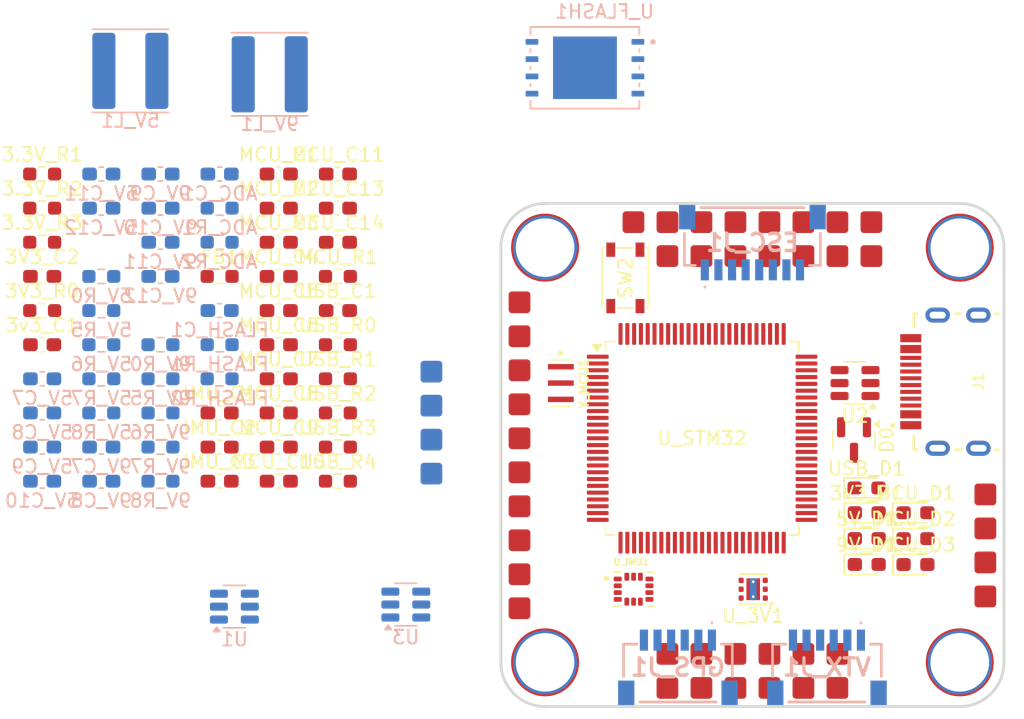
<source format=kicad_pcb>
(kicad_pcb (version 20241229) (generator "pcbnew") (generator_version "9.0")
  (layers (0 "F.Cu" signal) (4 "In1.Cu" signal) (6 "In2.Cu" signal) (2 "B.Cu" signal) (13 "F.Paste" user) (15 "B.Paste" user) (5 "F.SilkS" user "F.Silkscreen") (7 "B.SilkS" user "B.Silkscreen") (1 "F.Mask" user) (3 "B.Mask" user) (25 "Edge.Cuts" user))
  (net 0 "")
  (net 1 "GND")
  (net 2 "Net-(MCU_D1-K)")
  (net 3 "Net-(MCU_D2-K)")
  (net 4 "Net-(MCU_D3-K)")
  (net 5 "5V")
  (net 6 "3.3V")
  (net 7 "Net-(3V3_D1-K)")
  (net 8 "BAT")
  (net 9 "Net-(U1-BOOT)")
  (net 10 "Net-(U1-SW)")
  (net 11 "5V_REG")
  (net 12 "Net-(U1-FB)")
  (net 13 "Net-(5V_D1-K)")
  (net 14 "Net-(U1-EN)")
  (net 15 "Net-(U3-BOOT)")
  (net 16 "Net-(U3-SW)")
  (net 17 "9V_REG")
  (net 18 "Net-(U3-FB)")
  (net 19 "Net-(9V_D1-K)")
  (net 20 "Net-(U3-EN)")
  (net 21 "ADC_VBAT")
  (net 22 "UART4_RX")
  (net 23 "UART4_TX")
  (net 24 "CAM")
  (net 25 "I2C1_SDA")
  (net 26 "I2C1_SCL")
  (net 27 "5V_USB")
  (net 28 "SWDIO")
  (net 29 "SWCLK")
  (net 30 "MOTOR3")
  (net 31 "MOTOR4")
  (net 32 "ADC_CURR")
  (net 33 "UART7_RX")
  (net 34 "MOTOR1")
  (net 35 "MOTOR2")
  (net 36 "VREF+")
  (net 37 "Net-(U_FLASH1-{slash}HOLD(IO3))")
  (net 38 "Net-(U_FLASH1-{slash}WP(IO2))")
  (net 39 "UART8_RX")
  (net 40 "UART8_TX")
  (net 41 "Net-(U_STM32-NRST)")
  (net 42 "Net-(MCU_C13-Pad1)")
  (net 43 "Net-(MCU_C14-Pad1)")
  (net 44 "LED0")
  (net 45 "LED1")
  (net 46 "LED2")
  (net 47 "BOOT0")
  (net 48 "BEEPER")
  (net 49 "LED_STRIP")
  (net 50 "UART1_TX")
  (net 51 "UART1_RX")
  (net 52 "Net-(U2-I{slash}O1-Pad6)")
  (net 53 "Net-(U2-I{slash}O2-Pad4)")
  (net 54 "UART2_RX")
  (net 55 "UART2_TX")
  (net 56 "Net-(USB_D1-K)")
  (net 57 "USB_D-")
  (net 58 "USB_D+")
  (net 61 "SPI2_MOSI")
  (net 62 "SPI2_NSS")
  (net 63 "SPI2_MISO")
  (net 64 "SPI2_SCK")
  (net 66 "GYRO_MISO")
  (net 67 "GYRO_MOSI")
  (net 69 "GYRO_SCK")
  (net 70 "GYRO_CS")
  (net 71 "GYRO_INT1")
  (net 74 "GYRO_CLKIN")
  (net 89 "UART3_RX")
  (net 93 "PINIO1")
  (net 94 "Net-(U_STM32-PH0)")
  (net 102 "Net-(U_STM32-PH1)")
  (net 109 "UART5_RX")
  (net 116 "UART3_TX")
  (net 121 "/DP")
  (net 122 "/DN")
  (net 123 "Net-(J1-CC1)")
  (net 124 "Net-(J1-CC2)")
  (footprint "Resistor_SMD:R_0603_1608Metric_Pad0.98x0.95mm_HandSolder" (layer "F.Cu") (at 135.2634 107.1164)
    (property "Reference" "MCU_R1" (at 0 -1.43 0) (layer "F.SilkS"))
    (property "Value" "10k")
    (pad "1" smd roundrect (at -0.9125 0) (size 0.975 0.95) (layers "F.Cu" "F.Mask" "F.Paste") (net 47 "BOOT0"))
    (pad "2" smd roundrect (at 0.9125 0) (size 0.975 0.95) (layers "F.Cu" "F.Mask" "F.Paste") (net 1 "GND"))
  )
  (footprint "Resistor_SMD:R_0603_1608Metric_Pad0.98x0.95mm_HandSolder" (layer "F.Cu") (at 135.2634 119.6664)
    (property "Reference" "USB_R3" (at 0 -1.43 0) (layer "F.SilkS"))
    (property "Value" "22")
    (pad "1" smd roundrect (at -0.9125 0) (size 0.975 0.95) (layers "F.Cu" "F.Mask" "F.Paste") (net 57 "USB_D-"))
    (pad "2" smd roundrect (at 0.9125 0) (size 0.975 0.95) (layers "F.Cu" "F.Mask" "F.Paste") (net 53 "Net-(U2-I{slash}O2-Pad4)"))
  )
  (footprint "MountingHole:MountingHole_4.3mm_M4_ISO14580_Pad_TopBottom" (layer "F.Cu") (at 150.5 105)
    (property "Reference" "H1" (hide yes))
    (property "Value" "MountingHole" (hide yes))
    (pad "" thru_hole circle (at 0 0) (size 4.7 4.7) (drill 4.3) (layers "*.Cu" "*.Mask"))
    (pad "" connect circle (at 0 0) (size 5 5) (layers "F.Cu" "F.Mask"))
  )
  (footprint "All:Pads_1x6" (layer "F.Cu") (at 148.62 115.27 -90)
    (property "Reference" "AVTX_J2" (hide yes))
    (property "Value" "pads" (hide yes))
    (pad "1" smd roundrect (at -6.25 0 90) (size 1.6 1.6) (layers "F.Cu" "F.Mask" "F.Paste") (roundrect_rratio 0.15625) (net 17 "9V_REG"))
    (pad "2" smd roundrect (at -3.75 0 90) (size 1.6 1.6) (layers "F.Cu" "F.Mask" "F.Paste") (roundrect_rratio 0.15625) (net 24 "CAM"))
    (pad "3" smd roundrect (at -1.25 0 90) (size 1.6 1.6) (layers "F.Cu" "F.Mask" "F.Paste") (roundrect_rratio 0.15625) (net 23 "UART4_TX"))
    (pad "4" smd roundrect (at 1.25 0 90) (size 1.6 1.6) (layers "F.Cu" "F.Mask" "F.Paste") (roundrect_rratio 0.15625) (net 22 "UART4_RX"))
    (pad "5" smd roundrect (at 3.75 0 90) (size 1.6 1.6) (layers "F.Cu" "F.Mask" "F.Paste") (roundrect_rratio 0.15625) (net 11 "5V_REG"))
    (pad "6" smd roundrect (at 6.25 0 90) (size 1.6 1.6) (layers "F.Cu" "F.Mask" "F.Paste") (roundrect_rratio 0.15625) (net 1 "GND"))
  )
  (footprint "Package_TO_SOT_SMD:SOT-23-6" (layer "F.Cu") (at 173.295 114.96 180)
    (property "Reference" "U2" (at 0 -2.4 0) (layer "F.SilkS"))
    (property "Value" "USBLC6-2SC6")
    (pad "1" smd roundrect (at -1.1375 -0.95 180) (size 1.325 0.6) (layers "F.Cu" "F.Mask" "F.Paste") (net 121 "/DP"))
    (pad "2" smd roundrect (at -1.1375 0 180) (size 1.325 0.6) (layers "F.Cu" "F.Mask" "F.Paste") (net 1 "GND"))
    (pad "3" smd roundrect (at -1.1375 0.95 180) (size 1.325 0.6) (layers "F.Cu" "F.Mask" "F.Paste") (net 122 "/DN"))
    (pad "4" smd roundrect (at 1.1375 0.95 180) (size 1.325 0.6) (layers "F.Cu" "F.Mask" "F.Paste") (net 53 "Net-(U2-I{slash}O2-Pad4)"))
    (pad "5" smd roundrect (at 1.1375 0 180) (size 1.325 0.6) (layers "F.Cu" "F.Mask" "F.Paste") (net 27 "5V_USB"))
    (pad "6" smd roundrect (at 1.1375 -0.95 180) (size 1.325 0.6) (layers "F.Cu" "F.Mask" "F.Paste") (net 52 "Net-(U2-I{slash}O1-Pad6)"))
  )
  (footprint "LED_SMD:LED_0603_1608Metric_Pad1.05x0.95mm_HandSolder" (layer "F.Cu") (at 174.1575 126.395)
    (property "Reference" "5V_D1" (at 0 -1.43 0) (layer "F.SilkS"))
    (property "Value" "RED")
    (pad "1" smd roundrect (at -0.875 0) (size 1.05 0.95) (layers "F.Cu" "F.Mask" "F.Paste") (net 13 "Net-(5V_D1-K)"))
    (pad "2" smd roundrect (at 0.875 0) (size 1.05 0.95) (layers "F.Cu" "F.Mask" "F.Paste") (net 11 "5V_REG"))
  )
  (footprint "All:Pads_1x4" (layer "F.Cu") (at 182.88 126.9 90)
    (property "Reference" "RX_J2" (hide yes))
    (property "Value" "pads" (hide yes))
    (pad "1" smd roundrect (at -3.75 0 270) (size 1.6 1.6) (layers "F.Cu" "F.Mask" "F.Paste") (roundrect_rratio 0.15625) (net 50 "UART1_TX"))
    (pad "2" smd roundrect (at -1.25 0 270) (size 1.6 1.6) (layers "F.Cu" "F.Mask" "F.Paste") (roundrect_rratio 0.15625) (net 51 "UART1_RX"))
    (pad "3" smd roundrect (at 1.25 0 270) (size 1.6 1.6) (layers "F.Cu" "F.Mask" "F.Paste") (roundrect_rratio 0.15625) (net 5 "5V"))
    (pad "4" smd roundrect (at 3.75 0 270) (size 1.6 1.6) (layers "F.Cu" "F.Mask" "F.Paste") (roundrect_rratio 0.15625) (net 1 "GND"))
  )
  (footprint "LED_SMD:LED_0603_1608Metric_Pad1.05x0.95mm_HandSolder" (layer "F.Cu") (at 174.1575 124.49)
    (property "Reference" "3V3_D1" (at 0 -1.43 0) (layer "F.SilkS"))
    (property "Value" "RED")
    (pad "1" smd roundrect (at -0.875 0) (size 1.05 0.95) (layers "F.Cu" "F.Mask" "F.Paste") (net 7 "Net-(3V3_D1-K)"))
    (pad "2" smd roundrect (at 0.875 0) (size 1.05 0.95) (layers "F.Cu" "F.Mask" "F.Paste") (net 6 "3.3V"))
  )
  (footprint "All:Pads_1x6" (layer "F.Cu") (at 165.75 137.38 180)
    (property "Reference" "VTX_J2" (hide yes))
    (property "Value" "pads" (hide yes))
    (pad "1" smd roundrect (at -6.25 0) (size 1.6 1.6) (layers "F.Cu" "F.Mask" "F.Paste") (roundrect_rratio 0.15625) (net 17 "9V_REG"))
    (pad "2" smd roundrect (at -3.75 0) (size 1.6 1.6) (layers "F.Cu" "F.Mask" "F.Paste") (roundrect_rratio 0.15625) (net 1 "GND"))
    (pad "3" smd roundrect (at -1.25 0) (size 1.6 1.6) (layers "F.Cu" "F.Mask" "F.Paste") (roundrect_rratio 0.15625) (net 116 "UART3_TX"))
    (pad "4" smd roundrect (at 1.25 0) (size 1.6 1.6) (layers "F.Cu" "F.Mask" "F.Paste") (roundrect_rratio 0.15625) (net 89 "UART3_RX"))
    (pad "5" smd roundrect (at 3.75 0) (size 1.6 1.6) (layers "F.Cu" "F.Mask" "F.Paste") (roundrect_rratio 0.15625) (net 1 "GND"))
    (pad "6" smd roundrect (at 6.25 0) (size 1.6 1.6) (layers "F.Cu" "F.Mask" "F.Paste") (roundrect_rratio 0.15625) (net 109 "UART5_RX"))
  )
  (footprint "All:Pads_1x6" (layer "F.Cu") (at 165.75 134.8768 180)
    (property "Reference" "GPS_J2" (hide yes))
    (property "Value" "pads" (hide yes))
    (pad "1" smd roundrect (at -6.25 0) (size 1.6 1.6) (layers "F.Cu" "F.Mask" "F.Paste") (roundrect_rratio 0.15625) (net 25 "I2C1_SDA"))
    (pad "2" smd roundrect (at -3.75 0) (size 1.6 1.6) (layers "F.Cu" "F.Mask" "F.Paste") (roundrect_rratio 0.15625) (net 26 "I2C1_SCL"))
    (pad "3" smd roundrect (at -1.25 0) (size 1.6 1.6) (layers "F.Cu" "F.Mask" "F.Paste") (roundrect_rratio 0.15625) (net 5 "5V"))
    (pad "4" smd roundrect (at 1.25 0) (size 1.6 1.6) (layers "F.Cu" "F.Mask" "F.Paste") (roundrect_rratio 0.15625) (net 1 "GND"))
    (pad "5" smd roundrect (at 3.75 0) (size 1.6 1.6) (layers "F.Cu" "F.Mask" "F.Paste") (roundrect_rratio 0.15625) (net 40 "UART8_TX"))
    (pad "6" smd roundrect (at 6.25 0) (size 1.6 1.6) (layers "F.Cu" "F.Mask" "F.Paste") (roundrect_rratio 0.15625) (net 39 "UART8_RX"))
  )
  (footprint "Capacitor_SMD:C_0603_1608Metric_Pad1.08x0.95mm_HandSolder" (layer "F.Cu") (at 130.9134 114.6464)
    (property "Reference" "MCU_C7" (at 0 -1.43 0) (layer "F.SilkS"))
    (property "Value" "100n")
    (pad "1" smd roundrect (at -0.8625 0) (size 1.075 0.95) (layers "F.Cu" "F.Mask" "F.Paste") (net 36 "VREF+"))
    (pad "2" smd roundrect (at 0.8625 0) (size 1.075 0.95) (layers "F.Cu" "F.Mask" "F.Paste") (net 1 "GND"))
  )
  (footprint "Capacitor_SMD:C_0603_1608Metric_Pad1.08x0.95mm_HandSolder" (layer "F.Cu") (at 135.2634 109.6264)
    (property "Reference" "USB_C1" (at 0 -1.43 0) (layer "F.SilkS"))
    (property "Value" "100n")
    (pad "1" smd roundrect (at -0.8625 0) (size 1.075 0.95) (layers "F.Cu" "F.Mask" "F.Paste") (net 1 "GND"))
    (pad "2" smd roundrect (at 0.8625 0) (size 1.075 0.95) (layers "F.Cu" "F.Mask" "F.Paste") (net 27 "5V_USB"))
  )
  (footprint "Package_SON:WSON-6-1EP_2x2mm_P0.65mm_EP1x1.6mm_ThermalVias" (layer "F.Cu") (at 165.8075 130.1225 180)
    (property "Reference" "U_3V1" (at 0 -1.95 0) (layer "F.SilkS"))
    (property "Value" "LP5912-3.3DRV")
    (pad "1" smd roundrect (at -0.8875 -0.65 180) (size 0.375 0.4) (layers "F.Cu" "F.Mask" "F.Paste") (net 6 "3.3V"))
    (pad "2" smd roundrect (at -0.8875 0 180) (size 0.375 0.4) (layers "F.Cu" "F.Mask" "F.Paste"))
    (pad "3" smd roundrect (at -0.8875 0.65 180) (size 0.375 0.4) (layers "F.Cu" "F.Mask" "F.Paste"))
    (pad "4" smd roundrect (at 0.8875 0.65 180) (size 0.375 0.4) (layers "F.Cu" "F.Mask" "F.Paste") (net 5 "5V"))
    (pad "5" smd roundrect (at 0.8875 0 180) (size 0.375 0.4) (layers "F.Cu" "F.Mask" "F.Paste") (net 1 "GND"))
    (pad "6" smd roundrect (at 0.8875 -0.65 180) (size 0.375 0.4) (layers "F.Cu" "F.Mask" "F.Paste") (net 5 "5V"))
    (pad "7" thru_hole circle (at 0 -0.55 180) (size 0.5 0.5) (drill 0.2) (property pad_prop_heatsink) (layers "*.Cu") (net 1 "GND"))
    (pad "7" smd rect (at 0 0 180) (size 0.5 1.6) (property pad_prop_heatsink) (layers "B.Cu") (net 1 "GND"))
    (pad "7" smd rect (at 0 0 180) (size 1 1.6) (property pad_prop_heatsink) (layers "F.Cu" "F.Mask") (net 1 "GND"))
    (pad "7" thru_hole circle (at 0 0.55 180) (size 0.5 0.5) (drill 0.2) (property pad_prop_heatsink) (layers "*.Cu") (net 1 "GND"))
  )
  (footprint "Capacitor_SMD:C_0603_1608Metric_Pad1.08x0.95mm_HandSolder" (layer "F.Cu") (at 130.9134 104.6064)
    (property "Reference" "MCU_C3" (at 0 -1.43 0) (layer "F.SilkS"))
    (property "Value" "100n")
    (pad "1" smd roundrect (at -0.8625 0) (size 1.075 0.95) (layers "F.Cu" "F.Mask" "F.Paste") (net 6 "3.3V"))
    (pad "2" smd roundrect (at 0.8625 0) (size 1.075 0.95) (layers "F.Cu" "F.Mask" "F.Paste") (net 1 "GND"))
  )
  (footprint "LED_SMD:LED_0603_1608Metric_Pad1.05x0.95mm_HandSolder" (layer "F.Cu") (at 177.7425 124.495)
    (property "Reference" "MCU_D1" (at 0 -1.43 0) (layer "F.SilkS"))
    (property "Value" "RED")
    (pad "1" smd roundrect (at -0.875 0) (size 1.05 0.95) (layers "F.Cu" "F.Mask" "F.Paste") (net 2 "Net-(MCU_D1-K)"))
    (pad "2" smd roundrect (at 0.875 0) (size 1.05 0.95) (layers "F.Cu" "F.Mask" "F.Paste") (net 44 "LED0"))
  )
  (footprint "LED_SMD:LED_0603_1608Metric_Pad1.05x0.95mm_HandSolder" (layer "F.Cu") (at 177.7425 128.305)
    (property "Reference" "MCU_D3" (at 0 -1.43 0) (layer "F.SilkS"))
    (property "Value" "RED")
    (pad "1" smd roundrect (at -0.875 0) (size 1.05 0.95) (layers "F.Cu" "F.Mask" "F.Paste") (net 4 "Net-(MCU_D3-K)"))
    (pad "2" smd roundrect (at 0.875 0) (size 1.05 0.95) (layers "F.Cu" "F.Mask" "F.Paste") (net 46 "LED2"))
  )
  (footprint "LED_SMD:LED_0603_1608Metric_Pad1.05x0.95mm_HandSolder" (layer "F.Cu") (at 174.1575 128.3)
    (property "Reference" "9V_D1" (at 0 -1.43 0) (layer "F.SilkS"))
    (property "Value" "RED")
    (pad "1" smd roundrect (at -0.875 0) (size 1.05 0.95) (layers "F.Cu" "F.Mask" "F.Paste") (net 19 "Net-(9V_D1-K)"))
    (pad "2" smd roundrect (at 0.875 0) (size 1.05 0.95) (layers "F.Cu" "F.Mask" "F.Paste") (net 17 "9V_REG"))
  )
  (footprint "Resistor_SMD:R_0603_1608Metric_Pad0.98x0.95mm_HandSolder" (layer "F.Cu") (at 135.2634 114.6464)
    (property "Reference" "USB_R1" (at 0 -1.43 0) (layer "F.SilkS"))
    (property "Value" "5k1")
    (pad "1" smd roundrect (at -0.9125 0) (size 0.975 0.95) (layers "F.Cu" "F.Mask" "F.Paste") (net 1 "GND"))
    (pad "2" smd roundrect (at 0.9125 0) (size 0.975 0.95) (layers "F.Cu" "F.Mask" "F.Paste") (net 123 "Net-(J1-CC1)"))
  )
  (footprint "Resistor_SMD:R_0603_1608Metric_Pad0.98x0.95mm_HandSolder" (layer "F.Cu") (at 135.2634 112.1364)
    (property "Reference" "USB_R0" (at 0 -1.43 0) (layer "F.SilkS"))
    (property "Value" "330")
    (pad "1" smd roundrect (at -0.9125 0) (size 0.975 0.95) (layers "F.Cu" "F.Mask" "F.Paste") (net 56 "Net-(USB_D1-K)"))
    (pad "2" smd roundrect (at 0.9125 0) (size 0.975 0.95) (layers "F.Cu" "F.Mask" "F.Paste") (net 1 "GND"))
  )
  (footprint "MountingHole:MountingHole_4.3mm_M4_ISO14580_Pad_TopBottom" (layer "F.Cu") (at 150.5 135.5)
    (property "Reference" "H3" (hide yes))
    (property "Value" "MountingHole" (hide yes))
    (pad "" thru_hole circle (at 0 0) (size 4.7 4.7) (drill 4.3) (layers "*.Cu" "*.Mask"))
    (pad "1" connect circle (at 0 0) (size 5 5) (layers "F.Cu" "F.Mask"))
  )
  (footprint "Capacitor_SMD:C_0603_1608Metric_Pad1.08x0.95mm_HandSolder" (layer "F.Cu") (at 130.9134 117.1564)
    (property "Reference" "MCU_C8" (at 0 -1.43 0) (layer "F.SilkS"))
    (property "Value" "1u")
    (pad "1" smd roundrect (at -0.8625 0) (size 1.075 0.95) (layers "F.Cu" "F.Mask" "F.Paste") (net 36 "VREF+"))
    (pad "2" smd roundrect (at 0.8625 0) (size 1.075 0.95) (layers "F.Cu" "F.Mask" "F.Paste") (net 1 "GND"))
  )
  (footprint "Capacitor_SMD:C_0603_1608Metric_Pad1.08x0.95mm_HandSolder" (layer "F.Cu") (at 135.2634 104.6064)
    (property "Reference" "MCU_C14" (at 0 -1.43 0) (layer "F.SilkS"))
    (property "Value" "2u2")
    (pad "1" smd roundrect (at -0.8625 0) (size 1.075 0.95) (layers "F.Cu" "F.Mask" "F.Paste") (net 43 "Net-(MCU_C14-Pad1)"))
    (pad "2" smd roundrect (at 0.8625 0) (size 1.075 0.95) (layers "F.Cu" "F.Mask" "F.Paste") (net 1 "GND"))
  )
  (footprint "Capacitor_SMD:C_0603_1608Metric_Pad1.08x0.95mm_HandSolder" (layer "F.Cu") (at 130.9134 112.1364)
    (property "Reference" "MCU_C6" (at 0 -1.43 0) (layer "F.SilkS"))
    (property "Value" "100n")
    (pad "1" smd roundrect (at -0.8625 0) (size 1.075 0.95) (layers "F.Cu" "F.Mask" "F.Paste") (net 6 "3.3V"))
    (pad "2" smd roundrect (at 0.8625 0) (size 1.075 0.95) (layers "F.Cu" "F.Mask" "F.Paste") (net 1 "GND"))
  )
  (footprint "All:GCT_USB4730-GF-A_REVA" (layer "F.Cu") (at 182.372 114.8588 90)
    (property "Reference" "J1" (at 0 0 90) (layer "F.SilkS") (effects (font (size 0.787402 0.787402))))
    (property "Value" "USB4730-GF-A_REVA")
    (pad "" np_thru_hole circle (at -3.25 -2.9 90) (size 1.02 1.02) (drill 1.02) (layers "*.Cu" "*.Mask"))
    (pad "" np_thru_hole circle (at 3.25 -2.9 90) (size 1.02 1.02) (drill 1.02) (layers "*.Cu" "*.Mask"))
    (pad "A1/B12" smd rect (at -3.2 -4.975 90) (size 0.6 1.55) (layers "F.Cu" "F.Paste") (net 1 "GND"))
    (pad "A4/B9" smd rect (at -2.4 -4.975 90) (size 0.6 1.55) (layers "F.Cu" "F.Paste") (net 27 "5V_USB"))
    (pad "A5" smd rect (at -1.25 -4.975 90) (size 0.3 1.55) (layers "F.Cu" "F.Paste") (net 123 "Net-(J1-CC1)"))
    (pad "A6" smd rect (at -0.25 -4.975 90) (size 0.3 1.55) (layers "F.Cu" "F.Paste") (net 121 "/DP"))
    (pad "A7" smd rect (at 0.25 -4.975 90) (size 0.3 1.55) (layers "F.Cu" "F.Paste") (net 122 "/DN"))
    (pad "A8" smd rect (at 1.25 -4.975 90) (size 0.3 1.55) (layers "F.Cu" "F.Paste"))
    (pad "B1/A12" smd rect (at 3.2 -4.975 90) (size 0.6 1.55) (layers "F.Cu" "F.Paste") (net 1 "GND"))
    (pad "B4/A9" smd rect (at 2.4 -4.975 90) (size 0.6 1.55) (layers "F.Cu" "F.Paste") (net 27 "5V_USB"))
    (pad "B5" smd rect (at 1.75 -4.975 90) (size 0.3 1.55) (layers "F.Cu" "F.Paste") (net 124 "Net-(J1-CC2)"))
    (pad "B6" smd rect (at 0.75 -4.975 90) (size 0.3 1.55) (layers "F.Cu" "F.Paste") (net 121 "/DP"))
    (pad "B7" smd rect (at -0.75 -4.975 90) (size 0.3 1.55) (layers "F.Cu" "F.Paste") (net 122 "/DN"))
    (pad "B8" smd rect (at -1.75 -4.975 90) (size 0.3 1.55) (layers "F.Cu" "F.Paste"))
    (pad "SH1" thru_hole oval (at -4.895 0 90) (size 1.1 1.8) (drill oval 0.5 1.2) (layers "*.Cu" "*.Mask") (net 1 "GND"))
    (pad "SH2" thru_hole oval (at 4.895 0 90) (size 1.1 1.8) (drill oval 0.5 1.2) (layers "*.Cu" "*.Mask") (net 1 "GND"))
    (pad "SH3" thru_hole oval (at -4.895 -3 90) (size 1.1 1.8) (drill oval 0.5 1.2) (layers "*.Cu" "*.Mask") (net 1 "GND"))
    (pad "SH4" thru_hole oval (at 4.895 -3 90) (size 1.1 1.8) (drill oval 0.5 1.2) (layers "*.Cu" "*.Mask") (net 1 "GND"))
  )
  (footprint "All:Pads_1x3" (layer "F.Cu") (at 162 105.62)
    (property "Reference" "CAM_J2" (hide yes))
    (property "Value" "pads" (hide yes))
    (pad "1" smd roundrect (at -2.5 0 180) (size 1.6 1.6) (layers "F.Cu" "F.Mask" "F.Paste") (roundrect_rratio 0.15625) (net 24 "CAM"))
    (pad "2" smd roundrect (at 0 0 180) (size 1.6 1.6) (layers "F.Cu" "F.Mask" "F.Paste") (roundrect_rratio 0.15625) (net 1 "GND"))
    (pad "3" smd roundrect (at 2.5 0 180) (size 1.6 1.6) (layers "F.Cu" "F.Mask" "F.Paste") (roundrect_rratio 0.15625) (net 11 "5V_REG"))
  )
  (footprint "Capacitor_SMD:C_0603_1608Metric_Pad1.08x0.95mm_HandSolder" (layer "F.Cu") (at 126.5634 117.1564)
    (property "Reference" "IMU_C1" (at 0 -1.43 0) (layer "F.SilkS"))
    (property "Value" "100n")
    (pad "1" smd roundrect (at -0.8625 0) (size 1.075 0.95) (layers "F.Cu" "F.Mask" "F.Paste") (net 6 "3.3V"))
    (pad "2" smd roundrect (at 0.8625 0) (size 1.075 0.95) (layers "F.Cu" "F.Mask" "F.Paste") (net 1 "GND"))
  )
  (footprint "Capacitor_SMD:C_0603_1608Metric_Pad1.08x0.95mm_HandSolder" (layer "F.Cu") (at 135.2634 99.5864)
    (property "Reference" "MCU_C11" (at 0 -1.43 0) (layer "F.SilkS"))
    (property "Value" "100n")
    (pad "1" smd roundrect (at -0.8625 0) (size 1.075 0.95) (layers "F.Cu" "F.Mask" "F.Paste") (net 41 "Net-(U_STM32-NRST)"))
    (pad "2" smd roundrect (at 0.8625 0) (size 1.075 0.95) (layers "F.Cu" "F.Mask" "F.Paste") (net 1 "GND"))
  )
  (footprint "" (layer "F.Cu") (at 181 135.5)
    (property "Reference" "" (at 0 0 0) (layer "F.SilkS") (effects (font (size 1.27 1.27))))
    (property "Value" "")
    (pad "" thru_hole circle (at 0 0) (size 4.7 4.7) (drill 4.3) (layers "*.Cu" "*.Mask"))
  )
  (footprint "All:OSC_CSTNE8M00G520000R0" (layer "F.Cu") (at 151.66 114.96 -90)
    (property "Reference" "Y_MCU1" (at 0.032 -1.7064 90) (layer "F.SilkS") (effects (font (size 0.64 0.64))))
    (property "Value" "CSTNE8M00G520000R0")
    (pad "1" smd rect (at -1.2 0 270) (size 0.4 1.9) (layers "F.Cu" "F.Mask" "F.Paste") (net 94 "Net-(U_STM32-PH0)"))
    (pad "2" smd rect (at 0 0 270) (size 0.4 1.9) (layers "F.Cu" "F.Mask" "F.Paste") (net 1 "GND"))
    (pad "3" smd rect (at 1.2 0 270) (size 0.4 1.9) (layers "F.Cu" "F.Mask" "F.Paste") (net 102 "Net-(U_STM32-PH1)"))
  )
  (footprint "Capacitor_SMD:C_0603_1608Metric_Pad1.08x0.95mm_HandSolder" (layer "F.Cu") (at 135.2634 102.0964)
    (property "Reference" "MCU_C13" (at 0 -1.43 0) (layer "F.SilkS"))
    (property "Value" "2u2")
    (pad "1" smd roundrect (at -0.8625 0) (size 1.075 0.95) (layers "F.Cu" "F.Mask" "F.Paste") (net 42 "Net-(MCU_C13-Pad1)"))
    (pad "2" smd roundrect (at 0.8625 0) (size 1.075 0.95) (layers "F.Cu" "F.Mask" "F.Paste") (net 1 "GND"))
  )
  (footprint "Resistor_SMD:R_0603_1608Metric_Pad0.98x0.95mm_HandSolder" (layer "F.Cu") (at 113.5134 102.0964)
    (property "Reference" "3.3V_R2" (at 0 -1.43 0) (layer "F.SilkS"))
    (property "Value" "150")
    (pad "1" smd roundrect (at -0.9125 0) (size 0.975 0.95) (layers "F.Cu" "F.Mask" "F.Paste") (net 3 "Net-(MCU_D2-K)"))
    (pad "2" smd roundrect (at 0.9125 0) (size 0.975 0.95) (layers "F.Cu" "F.Mask" "F.Paste") (net 1 "GND"))
  )
  (footprint "LED_SMD:LED_0603_1608Metric_Pad1.05x0.95mm_HandSolder" (layer "F.Cu") (at 174.145 122.67)
    (property "Reference" "USB_D1" (at 0 -1.43 0) (layer "F.SilkS"))
    (property "Value" "RED")
    (pad "1" smd roundrect (at -0.875 0) (size 1.05 0.95) (layers "F.Cu" "F.Mask" "F.Paste") (net 56 "Net-(USB_D1-K)"))
    (pad "2" smd roundrect (at 0.875 0) (size 1.05 0.95) (layers "F.Cu" "F.Mask" "F.Paste") (net 27 "5V_USB"))
  )
  (footprint "All:Pads_1x4" (layer "F.Cu") (at 148.62 127.77 90)
    (property "Reference" "OTHER_J2" (hide yes))
    (property "Value" "pads" (hide yes))
    (pad "1" smd roundrect (at -3.75 0 270) (size 1.6 1.6) (layers "F.Cu" "F.Mask" "F.Paste") (roundrect_rratio 0.15625) (net 48 "BEEPER"))
    (pad "2" smd roundrect (at -1.25 0 270) (size 1.6 1.6) (layers "F.Cu" "F.Mask" "F.Paste") (roundrect_rratio 0.15625) (net 11 "5V_REG"))
    (pad "3" smd roundrect (at 1.25 0 270) (size 1.6 1.6) (layers "F.Cu" "F.Mask" "F.Paste") (roundrect_rratio 0.15625) (net 49 "LED_STRIP"))
    (pad "4" smd roundrect (at 3.75 0 270) (size 1.6 1.6) (layers "F.Cu" "F.Mask" "F.Paste") (roundrect_rratio 0.15625) (net 1 "GND"))
  )
  (footprint "Capacitor_SMD:C_0603_1608Metric_Pad1.08x0.95mm_HandSolder" (layer "F.Cu") (at 130.9134 109.6264)
    (property "Reference" "MCU_C5" (at 0 -1.43 0) (layer "F.SilkS"))
    (property "Value" "100n")
    (pad "1" smd roundrect (at -0.8625 0) (size 1.075 0.95) (layers "F.Cu" "F.Mask" "F.Paste") (net 6 "3.3V"))
    (pad "2" smd roundrect (at 0.8625 0) (size 1.075 0.95) (layers "F.Cu" "F.Mask" "F.Paste") (net 1 "GND"))
  )
  (footprint "Capacitor_SMD:C_0603_1608Metric_Pad1.08x0.95mm_HandSolder" (layer "F.Cu") (at 130.9134 99.5864)
    (property "Reference" "MCU_C1" (at 0 -1.43 0) (layer "F.SilkS"))
    (property "Value" "4u7")
    (pad "1" smd roundrect (at -0.8625 0) (size 1.075 0.95) (layers "F.Cu" "F.Mask" "F.Paste") (net 6 "3.3V"))
    (pad "2" smd roundrect (at 0.8625 0) (size 1.075 0.95) (layers "F.Cu" "F.Mask" "F.Paste") (net 1 "GND"))
  )
  (footprint "MountingHole:MountingHole_4.3mm_M4_ISO14580_Pad_TopBottom" (layer "F.Cu") (at 181 105)
    (property "Reference" "H2" (hide yes))
    (property "Value" "MountingHole" (hide yes))
    (pad "" thru_hole circle (at 0 0) (size 4.7 4.7) (drill 4.3) (layers "*.Cu" "*.Mask"))
    (pad "1" connect circle (at 0 0) (size 5 5) (layers "F.Cu" "F.Mask"))
  )
  (footprint "Capacitor_SMD:C_0603_1608Metric_Pad1.08x0.95mm_HandSolder" (layer "F.Cu") (at 126.5634 122.1764)
    (property "Reference" "IMU_C3" (at 0 -1.43 0) (layer "F.SilkS"))
    (property "Value" "10n")
    (pad "1" smd roundrect (at -0.8625 0) (size 1.075 0.95) (layers "F.Cu" "F.Mask" "F.Paste") (net 6 "3.3V"))
    (pad "2" smd roundrect (at 0.8625 0) (size 1.075 0.95) (layers "F.Cu" "F.Mask" "F.Paste") (net 1 "GND"))
  )
  (footprint "All:PQFN50P300X250X97-14N" (layer "F.Cu") (at 157.01 130.12)
    (property "Reference" "U_IMU1" (at -0.176 -2.0048 0) (layer "F.SilkS") (effects (font (size 0.48 0.48) (thickness 0.12))))
    (property "Value" "ICM-42688-P")
    (pad "1" smd roundrect (at -1.165 -0.75) (size 0.59 0.35) (layers "F.Cu" "F.Paste") (net 66 "GYRO_MISO"))
    (pad "2" smd roundrect (at -1.165 -0.25) (size 0.59 0.35) (layers "F.Cu" "F.Paste"))
    (pad "3" smd roundrect (at -1.165 0.25) (size 0.59 0.35) (layers "F.Cu" "F.Paste"))
    (pad "4" smd roundrect (at -1.165 0.75) (size 0.59 0.35) (layers "F.Cu" "F.Paste") (net 71 "GYRO_INT1"))
    (pad "5" smd roundrect (at -0.5 0.915) (size 0.35 0.59) (layers "F.Cu" "F.Paste") (net 6 "3.3V"))
    (pad "6" smd roundrect (at 0 0.915) (size 0.35 0.59) (layers "F.Cu" "F.Paste") (net 1 "GND"))
    (pad "7" smd roundrect (at 0.5 0.915) (size 0.35 0.59) (layers "F.Cu" "F.Paste") (net 1 "GND"))
    (pad "8" smd roundrect (at 1.165 0.75) (size 0.59 0.35) (layers "F.Cu" "F.Paste") (net 6 "3.3V"))
    (pad "9" smd roundrect (at 1.165 0.25) (size 0.59 0.35) (layers "F.Cu" "F.Paste") (net 74 "GYRO_CLKIN"))
    (pad "10" smd roundrect (at 1.165 -0.25) (size 0.59 0.35) (layers "F.Cu" "F.Paste"))
    (pad "11" smd roundrect (at 1.165 -0.75) (size 0.59 0.35) (layers "F.Cu" "F.Paste"))
    (pad "12" smd roundrect (at 0.5 -0.915) (size 0.35 0.59) (layers "F.Cu" "F.Paste") (net 70 "GYRO_CS"))
    (pad "13" smd roundrect (at 0 -0.915) (size 0.35 0.59) (layers "F.Cu" "F.Paste") (net 69 "GYRO_SCK"))
    (pad "14" smd roundrect (at -0.5 -0.915) (size 0.35 0.59) (layers "F.Cu" "F.Paste") (net 67 "GYRO_MOSI"))
  )
  (footprint "Capacitor_SMD:C_0603_1608Metric_Pad1.08x0.95mm_HandSolder" (layer "F.Cu") (at 113.5134 107.1164)
    (property "Reference" "3V3_C2" (at 0 -1.43 0) (layer "F.SilkS"))
    (property "Value" "1u")
    (pad "1" smd roundrect (at -0.8625 0) (size 1.075 0.95) (layers "F.Cu" "F.Mask" "F.Paste") (net 6 "3.3V"))
    (pad "2" smd roundrect (at 0.8625 0) (size 1.075 0.95) (layers "F.Cu" "F.Mask" "F.Paste") (net 1 "GND"))
  )
  (footprint "Resistor_SMD:R_0603_1608Metric_Pad0.98x0.95mm_HandSolder" (layer "F.Cu") (at 135.2634 117.1564)
    (property "Reference" "USB_R2" (at 0 -1.43 0) (layer "F.SilkS"))
    (property "Value" "5k1")
    (pad "1" smd roundrect (at -0.9125 0) (size 0.975 0.95) (layers "F.Cu" "F.Mask" "F.Paste") (net 124 "Net-(J1-CC2)"))
    (pad "2" smd roundrect (at 0.9125 0) (size 0.975 0.95) (layers "F.Cu" "F.Mask" "F.Paste") (net 1 "GND"))
  )
  (footprint "MountingHole:MountingHole_4.3mm_M4_ISO14580_Pad_TopBottom" (layer "F.Cu") (at 181 135.5)
    (property "Reference" "H4" (hide yes))
    (property "Value" "MountingHole" (hide yes))
    (pad "" thru_hole circle (at 0 0) (size 4.7 4.7) (drill 4.3) (layers "*.Cu" "*.Mask"))
    (pad "1" connect circle (at 0 0) (size 5 5) (layers "F.Cu" "F.Mask"))
  )
  (footprint "Capacitor_SMD:C_0603_1608Metric_Pad1.08x0.95mm_HandSolder" (layer "F.Cu") (at 126.5634 119.6664)
    (property "Reference" "IMU_C2" (at 0 -1.43 0) (layer "F.SilkS"))
    (property "Value" "2u2")
    (pad "1" smd roundrect (at -0.8625 0) (size 1.075 0.95) (layers "F.Cu" "F.Mask" "F.Paste") (net 6 "3.3V"))
    (pad "2" smd roundrect (at 0.8625 0) (size 1.075 0.95) (layers "F.Cu" "F.Mask" "F.Paste") (net 1 "GND"))
  )
  (footprint "Resistor_SMD:R_0603_1608Metric_Pad0.98x0.95mm_HandSolder" (layer "F.Cu") (at 113.5134 99.5864)
    (property "Reference" "3.3V_R1" (at 0 -1.43 0) (layer "F.SilkS"))
    (property "Value" "150")
    (pad "1" smd roundrect (at -0.9125 0) (size 0.975 0.95) (layers "F.Cu" "F.Mask" "F.Paste") (net 2 "Net-(MCU_D1-K)"))
    (pad "2" smd roundrect (at 0.9125 0) (size 0.975 0.95) (layers "F.Cu" "F.Mask" "F.Paste") (net 1 "GND"))
  )
  (footprint "Capacitor_SMD:C_0603_1608Metric_Pad1.08x0.95mm_HandSolder" (layer "F.Cu") (at 130.9134 119.6664)
    (property "Reference" "MCU_C9" (at 0 -1.43 0) (layer "F.SilkS"))
    (property "Value" "100n")
    (pad "1" smd roundrect (at -0.8625 0) (size 1.075 0.95) (layers "F.Cu" "F.Mask" "F.Paste") (net 36 "VREF+"))
    (pad "2" smd roundrect (at 0.8625 0) (size 1.075 0.95) (layers "F.Cu" "F.Mask" "F.Paste") (net 1 "GND"))
  )
  (footprint "Resistor_SMD:R_0603_1608Metric_Pad0.98x0.95mm_HandSolder" (layer "F.Cu") (at 113.5134 104.6064)
    (property "Reference" "3.3V_R3" (at 0 -1.43 0) (layer "F.SilkS"))
    (property "Value" "150")
    (pad "1" smd roundrect (at -0.9125 0) (size 0.975 0.95) (layers "F.Cu" "F.Mask" "F.Paste") (net 4 "Net-(MCU_D3-K)"))
    (pad "2" smd roundrect (at 0.9125 0) (size 0.975 0.95) (layers "F.Cu" "F.Mask" "F.Paste") (net 1 "GND"))
  )
  (footprint "Button_Switch_SMD:SW_SPST_PTS810" (layer "F.Cu") (at 156.405 107.225 -90)
    (property "Reference" "SW2" (at 0 0 90) (layer "F.SilkS"))
    (property "Value" "Y78B22310FP")
    (pad "1" smd rect (at -2.075 -1.075 270) (size 1.05 0.65) (layers "F.Cu" "F.Mask" "F.Paste") (net 47 "BOOT0"))
    (pad "1" smd rect (at 2.075 -1.075 270) (size 1.05 0.65) (layers "F.Cu" "F.Mask" "F.Paste") (net 47 "BOOT0"))
    (pad "2" smd rect (at -2.075 1.075 270) (size 1.05 0.65) (layers "F.Cu" "F.Mask" "F.Paste") (net 6 "3.3V"))
    (pad "2" smd rect (at 2.075 1.075 270) (size 1.05 0.65) (layers "F.Cu" "F.Mask" "F.Paste") (net 6 "3.3V"))
  )
  (footprint "Capacitor_SMD:C_0603_1608Metric_Pad1.08x0.95mm_HandSolder" (layer "F.Cu") (at 113.5134 112.1364)
    (property "Reference" "3v3_C1" (at 0 -1.43 0) (layer "F.SilkS"))
    (property "Value" "1u")
    (pad "1" smd roundrect (at -0.8625 0) (size 1.075 0.95) (layers "F.Cu" "F.Mask" "F.Paste") (net 1 "GND"))
    (pad "2" smd roundrect (at 0.8625 0) (size 1.075 0.95) (layers "F.Cu" "F.Mask" "F.Paste") (net 5 "5V"))
  )
  (footprint "Resistor_SMD:R_0603_1608Metric_Pad0.98x0.95mm_HandSolder" (layer "F.Cu") (at 126.5634 107.1164)
    (property "Reference" "FB1" (at 0 -1.43 0) (layer "F.SilkS"))
    (property "Value" "FCM 1608KF-102T02")
    (pad "1" smd roundrect (at -0.9125 0) (size 0.975 0.95) (layers "F.Cu" "F.Mask" "F.Paste") (net 36 "VREF+"))
    (pad "2" smd roundrect (at 0.9125 0) (size 0.975 0.95) (layers "F.Cu" "F.Mask" "F.Paste") (net 6 "3.3V"))
  )
  (footprint "Resistor_SMD:R_0603_1608Metric_Pad0.98x0.95mm_HandSolder" (layer "F.Cu") (at 135.2634 122.1764)
    (property "Reference" "USB_R4" (at 0 -1.43 0) (layer "F.SilkS"))
    (property "Value" "22")
    (pad "1" smd roundrect (at -0.9125 0) (size 0.975 0.95) (layers "F.Cu" "F.Mask" "F.Paste") (net 58 "USB_D+"))
    (pad "2" smd roundrect (at 0.9125 0) (size 0.975 0.95) (layers "F.Cu" "F.Mask" "F.Paste") (net 52 "Net-(U2-I{slash}O1-Pad6)"))
  )
  (footprint "Resistor_SMD:R_0603_1608Metric_Pad0.98x0.95mm_HandSolder" (layer "F.Cu") (at 113.5134 109.6264)
    (property "Reference" "3V3_R0" (at 0 -1.43 0) (layer "F.SilkS"))
    (property "Value" "150")
    (pad "1" smd roundrect (at -0.9125 0) (size 0.975 0.95) (layers "F.Cu" "F.Mask" "F.Paste") (net 7 "Net-(3V3_D1-K)"))
    (pad "2" smd roundrect (at 0.9125 0) (size 0.975 0.95) (layers "F.Cu" "F.Mask" "F.Paste") (net 1 "GND"))
  )
  (footprint "Capacitor_SMD:C_0603_1608Metric_Pad1.08x0.95mm_HandSolder" (layer "F.Cu") (at 130.9134 102.0964)
    (property "Reference" "MCU_C2" (at 0 -1.43 0) (layer "F.SilkS"))
    (property "Value" "100n")
    (pad "1" smd roundrect (at -0.8625 0) (size 1.075 0.95) (layers "F.Cu" "F.Mask" "F.Paste") (net 6 "3.3V"))
    (pad "2" smd roundrect (at 0.8625 0) (size 1.075 0.95) (layers "F.Cu" "F.Mask" "F.Paste") (net 1 "GND"))
  )
  (footprint "All:Pads_1x8" (layer "F.Cu") (at 165.75 103.124)
    (property "Reference" "ESC_J2" (hide yes))
    (property "Value" "pads" (hide yes))
    (pad "1" smd roundrect (at -8.75 0 180) (size 1.6 1.6) (layers "F.Cu" "F.Mask" "F.Paste") (roundrect_rratio 0.15625) (net 1 "GND"))
    (pad "2" smd roundrect (at -6.25 0 180) (size 1.6 1.6) (layers "F.Cu" "F.Mask" "F.Paste") (roundrect_rratio 0.15625) (net 8 "BAT"))
    (pad "3" smd roundrect (at -3.75 0 180) (size 1.6 1.6) (layers "F.Cu" "F.Mask" "F.Paste") (roundrect_rratio 0.15625) (net 34 "MOTOR1"))
    (pad "4" smd roundrect (at -1.25 0 180) (size 1.6 1.6) (layers "F.Cu" "F.Mask" "F.Paste") (roundrect_rratio 0.15625) (net 35 "MOTOR2"))
    (pad "5" smd roundrect (at 1.25 0 180) (size 1.6 1.6) (layers "F.Cu" "F.Mask" "F.Paste") (roundrect_rratio 0.15625) (net 30 "MOTOR3"))
    (pad "6" smd roundrect (at 3.75 0 180) (size 1.6 1.6) (layers "F.Cu" "F.Mask" "F.Paste") (roundrect_rratio 0.15625) (net 31 "MOTOR4"))
    (pad "7" smd roundrect (at 6.25 0 180) (size 1.6 1.6) (layers "F.Cu" "F.Mask" "F.Paste") (roundrect_rratio 0.15625) (net 32 "ADC_CURR"))
    (pad "8" smd roundrect (at 8.75 0 180) (size 1.6 1.6) (layers "F.Cu" "F.Mask" "F.Paste") (roundrect_rratio 0.15625) (net 33 "UART7_RX"))
  )
  (footprint "LED_SMD:LED_0603_1608Metric_Pad1.05x0.95mm_HandSolder" (layer "F.Cu") (at 177.7425 126.4)
    (property "Reference" "MCU_D2" (at 0 -1.43 0) (layer "F.SilkS"))
    (property "Value" "RED")
    (pad "1" smd roundrect (at -0.875 0) (size 1.05 0.95) (layers "F.Cu" "F.Mask" "F.Paste") (net 3 "Net-(MCU_D2-K)"))
    (pad "2" smd roundrect (at 0.875 0) (size 1.05 0.95) (layers "F.Cu" "F.Mask" "F.Paste") (net 45 "LED1"))
  )
  (footprint "Capacitor_SMD:C_0603_1608Metric_Pad1.08x0.95mm_HandSolder" (layer "F.Cu") (at 130.9134 107.1164)
    (property "Reference" "MCU_C4" (at 0 -1.43 0) (layer "F.SilkS"))
    (property "Value" "100n")
    (pad "1" smd roundrect (at -0.8625 0) (size 1.075 0.95) (layers "F.Cu" "F.Mask" "F.Paste") (net 6 "3.3V"))
    (pad "2" smd roundrect (at 0.8625 0) (size 1.075 0.95) (layers "F.Cu" "F.Mask" "F.Paste") (net 1 "GND"))
  )
  (footprint "Package_TO_SOT_SMD:SOT-23" (layer "F.Cu") (at 173.22 119.1475 -90)
    (property "Reference" "D0" (at 0 -2.4 90) (layer "F.SilkS"))
    (property "Value" "BAT54C")
    (pad "1" smd roundrect (at -0.9375 -0.95 270) (size 1.475 0.6) (layers "F.Cu" "F.Mask" "F.Paste") (net 27 "5V_USB"))
    (pad "2" smd roundrect (at -0.9375 0.95 270) (size 1.475 0.6) (layers "F.Cu" "F.Mask" "F.Paste") (net 11 "5V_REG"))
    (pad "3" smd roundrect (at 0.9375 0 270) (size 1.475 0.6) (layers "F.Cu" "F.Mask" "F.Paste") (net 5 "5V"))
  )
  (footprint "All:Pads_1x4" (layer "F.Cu") (at 170.75 105.62 180)
    (property "Reference" "UART2_J2" (hide yes))
    (property "Value" "pads" (hide yes))
    (pad "1" smd roundrect (at -3.75 0) (size 1.6 1.6) (layers "F.Cu" "F.Mask" "F.Paste") (roundrect_rratio 0.15625) (net 55 "UART2_TX"))
    (pad "2" smd roundrect (at -1.25 0) (size 1.6 1.6) (layers "F.Cu" "F.Mask" "F.Paste") (roundrect_rratio 0.15625) (net 54 "UART2_RX"))
    (pad "3" smd roundrect (at 1.25 0) (size 1.6 1.6) (layers "F.Cu" "F.Mask" "F.Paste") (roundrect_rratio 0.15625) (net 11 "5V_REG"))
    (pad "4" smd roundrect (at 3.75 0) (size 1.6 1.6) (layers "F.Cu" "F.Mask" "F.Paste") (roundrect_rratio 0.15625) (net 1 "GND"))
  )
  (footprint "Package_QFP:LQFP-100_14x14mm_P0.5mm" (layer "F.Cu") (at 162.05 119.02)
    (property "Reference" "U_STM32" (at 0 0 0) (layer "F.SilkS"))
    (property "Value" "STM32H743VIT6")
    (pad "1" smd roundrect (at -7.675 -6) (size 1.6 0.3) (layers "F.Cu" "F.Mask" "F.Paste"))
    (pad "2" smd roundrect (at -7.675 -5.5) (size 1.6 0.3) (layers "F.Cu" "F.Mask" "F.Paste"))
    (pad "3" smd roundrect (at -7.675 -5) (size 1.6 0.3) (layers "F.Cu" "F.Mask" "F.Paste"))
    (pad "4" smd roundrect (at -7.675 -4.5) (size 1.6 0.3) (layers "F.Cu" "F.Mask" "F.Paste"))
    (pad "5" smd roundrect (at -7.675 -4) (size 1.6 0.3) (layers "F.Cu" "F.Mask" "F.Paste"))
    (pad "6" smd roundrect (at -7.675 -3.5) (size 1.6 0.3) (layers "F.Cu" "F.Mask" "F.Paste") (net 6 "3.3V"))
    (pad "7" smd roundrect (at -7.675 -3) (size 1.6 0.3) (layers "F.Cu" "F.Mask" "F.Paste"))
    (pad "8" smd roundrect (at -7.675 -2.5) (size 1.6 0.3) (layers "F.Cu" "F.Mask" "F.Paste"))
    (pad "9" smd roundrect (at -7.675 -2) (size 1.6 0.3) (layers "F.Cu" "F.Mask" "F.Paste"))
    (pad "10" smd roundrect (at -7.675 -1.5) (size 1.6 0.3) (layers "F.Cu" "F.Mask" "F.Paste") (net 1 "GND"))
    (pad "11" smd roundrect (at -7.675 -1) (size 1.6 0.3) (layers "F.Cu" "F.Mask" "F.Paste") (net 6 "3.3V"))
    (pad "12" smd roundrect (at -7.675 -0.5) (size 1.6 0.3) (layers "F.Cu" "F.Mask" "F.Paste") (net 94 "Net-(U_STM32-PH0)"))
    (pad "13" smd roundrect (at -7.675 0) (size 1.6 0.3) (layers "F.Cu" "F.Mask" "F.Paste") (net 102 "Net-(U_STM32-PH1)"))
    (pad "14" smd roundrect (at -7.675 0.5) (size 1.6 0.3) (layers "F.Cu" "F.Mask" "F.Paste") (net 41 "Net-(U_STM32-NRST)"))
    (pad "15" smd roundrect (at -7.675 1) (size 1.6 0.3) (layers "F.Cu" "F.Mask" "F.Paste"))
    (pad "16" smd roundrect (at -7.675 1.5) (size 1.6 0.3) (layers "F.Cu" "F.Mask" "F.Paste"))
    (pad "17" smd roundrect (at -7.675 2) (size 1.6 0.3) (layers "F.Cu" "F.Mask" "F.Paste"))
    (pad "18" smd roundrect (at -7.675 2.5) (size 1.6 0.3) (layers "F.Cu" "F.Mask" "F.Paste") (net 61 "SPI2_MOSI"))
    (pad "19" smd roundrect (at -7.675 3) (size 1.6 0.3) (layers "F.Cu" "F.Mask" "F.Paste") (net 1 "GND"))
    (pad "20" smd roundrect (at -7.675 3.5) (size 1.6 0.3) (layers "F.Cu" "F.Mask" "F.Paste") (net 36 "VREF+"))
    (pad "21" smd roundrect (at -7.675 4) (size 1.6 0.3) (layers "F.Cu" "F.Mask" "F.Paste") (net 36 "VREF+"))
    (pad "22" smd roundrect (at -7.675 4.5) (size 1.6 0.3) (layers "F.Cu" "F.Mask" "F.Paste"))
    (pad "23" smd roundrect (at -7.675 5) (size 1.6 0.3) (layers "F.Cu" "F.Mask" "F.Paste"))
    (pad "24" smd roundrect (at -7.675 5.5) (size 1.6 0.3) (layers "F.Cu" "F.Mask" "F.Paste") (net 49 "LED_STRIP"))
    (pad "25" smd roundrect (at -7.675 6) (size 1.6 0.3) (layers "F.Cu" "F.Mask" "F.Paste") (net 70 "GYRO_CS"))
    (pad "26" smd roundrect (at -6 7.675) (size 0.3 1.6) (layers "F.Cu" "F.Mask" "F.Paste") (net 1 "GND"))
    (pad "27" smd roundrect (at -5.5 7.675) (size 0.3 1.6) (layers "F.Cu" "F.Mask" "F.Paste") (net 6 "3.3V"))
    (pad "28" smd roundrect (at -5 7.675) (size 0.3 1.6) (layers "F.Cu" "F.Mask" "F.Paste"))
    (pad "29" smd roundrect (at -4.5 7.675) (size 0.3 1.6) (layers "F.Cu" "F.Mask" "F.Paste") (net 69 "GYRO_SCK"))
    (pad "30" smd roundrect (at -4 7.675) (size 0.3 1.6) (layers "F.Cu" "F.Mask" "F.Paste") (net 66 "GYRO_MISO"))
    (pad "31" smd roundrect (at -3.5 7.675) (size 0.3 1.6) (layers "F.Cu" "F.Mask" "F.Paste") (net 67 "GYRO_MOSI"))
    (pad "32" smd roundrect (at -3 7.675) (size 0.3 1.6) (layers "F.Cu" "F.Mask" "F.Paste") (net 21 "ADC_VBAT"))
    (pad "33" smd roundrect (at -2.5 7.675) (size 0.3 1.6) (layers "F.Cu" "F.Mask" "F.Paste") (net 32 "ADC_CURR"))
    (pad "34" smd roundrect (at -2 7.675) (size 0.3 1.6) (layers "F.Cu" "F.Mask" "F.Paste"))
    (pad "35" smd roundrect (at -1.5 7.675) (size 0.3 1.6) (layers "F.Cu" "F.Mask" "F.Paste"))
    (pad "36" smd roundrect (at -1 7.675) (size 0.3 1.6) (layers "F.Cu" "F.Mask" "F.Paste"))
    (pad "37" smd roundrect (at -0.5 7.675) (size 0.3 1.6) (layers "F.Cu" "F.Mask" "F.Paste") (net 33 "UART7_RX"))
    (pad "38" smd roundrect (at 0 7.675) (size 0.3 1.6) (layers "F.Cu" "F.Mask" "F.Paste"))
    (pad "39" smd roundrect (at 0.5 7.675) (size 0.3 1.6) (layers "F.Cu" "F.Mask" "F.Paste") (net 34 "MOTOR1"))
    (pad "40" smd roundrect (at 1 7.675) (size 0.3 1.6) (layers "F.Cu" "F.Mask" "F.Paste"))
    (pad "41" smd roundrect (at 1.5 7.675) (size 0.3 1.6) (layers "F.Cu" "F.Mask" "F.Paste") (net 35 "MOTOR2"))
    (pad "42" smd roundrect (at 2 7.675) (size 0.3 1.6) (layers "F.Cu" "F.Mask" "F.Paste"))
    (pad "43" smd roundrect (at 2.5 7.675) (size 0.3 1.6) (layers "F.Cu" "F.Mask" "F.Paste") (net 30 "MOTOR3"))
    (pad "44" smd roundrect (at 3 7.675) (size 0.3 1.6) (layers "F.Cu" "F.Mask" "F.Paste") (net 31 "MOTOR4"))
    (pad "45" smd roundrect (at 3.5 7.675) (size 0.3 1.6) (layers "F.Cu" "F.Mask" "F.Paste"))
    (pad "46" smd roundrect (at 4 7.675) (size 0.3 1.6) (layers "F.Cu" "F.Mask" "F.Paste"))
    (pad "47" smd roundrect (at 4.5 7.675) (size 0.3 1.6) (layers "F.Cu" "F.Mask" "F.Paste"))
    (pad "48" smd roundrect (at 5 7.675) (size 0.3 1.6) (layers "F.Cu" "F.Mask" "F.Paste") (net 42 "Net-(MCU_C13-Pad1)"))
    (pad "49" smd roundrect (at 5.5 7.675) (size 0.3 1.6) (layers "F.Cu" "F.Mask" "F.Paste") (net 1 "GND"))
    (pad "50" smd roundrect (at 6 7.675) (size 0.3 1.6) (layers "F.Cu" "F.Mask" "F.Paste") (net 6 "3.3V"))
    (pad "51" smd roundrect (at 7.675 6) (size 1.6 0.3) (layers "F.Cu" "F.Mask" "F.Paste") (net 109 "UART5_RX"))
    (pad "52" smd roundrect (at 7.675 5.5) (size 1.6 0.3) (layers "F.Cu" "F.Mask" "F.Paste"))
    (pad "53" smd roundrect (at 7.675 5) (size 1.6 0.3) (layers "F.Cu" "F.Mask" "F.Paste") (net 63 "SPI2_MISO"))
    (pad "54" smd roundrect (at 7.675 4.5) (size 1.6 0.3) (layers "F.Cu" "F.Mask" "F.Paste") (net 44 "LED0"))
    (pad "55" smd roundrect (at 7.675 4) (size 1.6 0.3) (layers "F.Cu" "F.Mask" "F.Paste") (net 116 "UART3_TX"))
    (pad "56" smd roundrect (at 7.675 3.5) (size 1.6 0.3) (layers "F.Cu" "F.Mask" "F.Paste") (net 89 "UART3_RX"))
    (pad "57" smd roundrect (at 7.675 3) (size 1.6 0.3) (layers "F.Cu" "F.Mask" "F.Paste"))
    (pad "58" smd roundrect (at 7.675 2.5) (size 1.6 0.3) (layers "F.Cu" "F.Mask" "F.Paste") (net 45 "LED1"))
    (pad "59" smd roundrect (at 7.675 2) (size 1.6 0.3) (layers "F.Cu" "F.Mask" "F.Paste"))
    (pad "60" smd roundrect (at 7.675 1.5) (size 1.6 0.3) (layers "F.Cu" "F.Mask" "F.Paste"))
    (pad "61" smd roundrect (at 7.675 1) (size 1.6 0.3) (layers "F.Cu" "F.Mask" "F.Paste"))
    (pad "62" smd roundrect (at 7.675 0.5) (size 1.6 0.3) (layers "F.Cu" "F.Mask" "F.Paste") (net 46 "LED2"))
    (pad "63" smd roundrect (at 7.675 0) (size 1.6 0.3) (layers "F.Cu" "F.Mask" "F.Paste") (net 71 "GYRO_INT1"))
    (pad "64" smd roundrect (at 7.675 -0.5) (size 1.6 0.3) (layers "F.Cu" "F.Mask" "F.Paste") (net 74 "GYRO_CLKIN"))
    (pad "65" smd roundrect (at 7.675 -1) (size 1.6 0.3) (layers "F.Cu" "F.Mask" "F.Paste"))
    (pad "66" smd roundrect (at 7.675 -1.5) (size 1.6 0.3) (layers "F.Cu" "F.Mask" "F.Paste"))
    (pad "67" smd roundrect (at 7.675 -2) (size 1.6 0.3) (layers "F.Cu" "F.Mask" "F.Paste"))
    (pad "68" smd roundrect (at 7.675 -2.5) (size 1.6 0.3) (layers "F.Cu" "F.Mask" "F.Paste") (net 50 "UART1_TX"))
    (pad "69" smd roundrect (at 7.675 -3) (size 1.6 0.3) (layers "F.Cu" "F.Mask" "F.Paste") (net 51 "UART1_RX"))
    (pad "70" smd roundrect (at 7.675 -3.5) (size 1.6 0.3) (layers "F.Cu" "F.Mask" "F.Paste") (net 57 "USB_D-"))
    (pad "71" smd roundrect (at 7.675 -4) (size 1.6 0.3) (layers "F.Cu" "F.Mask" "F.Paste") (net 58 "USB_D+"))
    (pad "72" smd roundrect (at 7.675 -4.5) (size 1.6 0.3) (layers "F.Cu" "F.Mask" "F.Paste") (net 28 "SWDIO"))
    (pad "73" smd roundrect (at 7.675 -5) (size 1.6 0.3) (layers "F.Cu" "F.Mask" "F.Paste") (net 43 "Net-(MCU_C14-Pad1)"))
    (pad "74" smd roundrect (at 7.675 -5.5) (size 1.6 0.3) (layers "F.Cu" "F.Mask" "F.Paste") (net 1 "GND"))
    (pad "75" smd roundrect (at 7.675 -6) (size 1.6 0.3) (layers "F.Cu" "F.Mask" "F.Paste") (net 6 "3.3V"))
    (pad "76" smd roundrect (at 6 -7.675) (size 0.3 1.6) (layers "F.Cu" "F.Mask" "F.Paste") (net 29 "SWCLK"))
    (pad "77" smd roundrect (at 5.5 -7.675) (size 0.3 1.6) (layers "F.Cu" "F.Mask" "F.Paste") (net 48 "BEEPER"))
    (pad "78" smd roundrect (at 5 -7.675) (size 0.3 1.6) (layers "F.Cu" "F.Mask" "F.Paste"))
    (pad "79" smd roundrect (at 4.5 -7.675) (size 0.3 1.6) (layers "F.Cu" "F.Mask" "F.Paste"))
    (pad "80" smd roundrect (at 4 -7.675) (size 0.3 1.6) (layers "F.Cu" "F.Mask" "F.Paste"))
    (pad "81" smd roundrect (at 3.5 -7.675) (size 0.3 1.6) (layers "F.Cu" "F.Mask" "F.Paste"))
    (pad "82" smd roundrect (at 3 -7.675) (size 0.3 1.6) (layers "F.Cu" "F.Mask" "F.Paste"))
    (pad "83" smd roundrect (at 2.5 -7.675) (size 0.3 1.6) (layers "F.Cu" "F.Mask" "F.Paste"))
    (pad "84" smd roundrect (at 2 -7.675) (size 0.3 1.6) (layers "F.Cu" "F.Mask" "F.Paste") (net 64 "SPI2_SCK"))
    (pad "85" smd roundrect (at 1.5 -7.675) (size 0.3 1.6) (layers "F.Cu" "F.Mask" "F.Paste") (net 62 "SPI2_NSS"))
    (pad "86" smd roundrect (at 1 -7.675) (size 0.3 1.6) (layers "F.Cu" "F.Mask" "F.Paste") (net 55 "UART2_TX"))
    (pad "87" smd roundrect (at 0.5 -7.675) (size 0.3 1.6) (layers "F.Cu" "F.Mask" "F.Paste") (net 54 "UART2_RX"))
    (pad "88" smd roundrect (at 0 -7.675) (size 0.3 1.6) (layers "F.Cu" "F.Mask" "F.Paste"))
    (pad "89" smd roundrect (at -0.5 -7.675) (size 0.3 1.6) (layers "F.Cu" "F.Mask" "F.Paste") (net 93 "PINIO1"))
    (pad "90" smd roundrect (at -1 -7.675) (size 0.3 1.6) (layers "F.Cu" "F.Mask" "F.Paste"))
    (pad "91" smd roundrect (at -1.5 -7.675) (size 0.3 1.6) (layers "F.Cu" "F.Mask" "F.Paste"))
    (pad "92" smd roundrect (at -2 -7.675) (size 0.3 1.6) (layers "F.Cu" "F.Mask" "F.Paste") (net 26 "I2C1_SCL"))
    (pad "93" smd roundrect (at -2.5 -7.675) (size 0.3 1.6) (layers "F.Cu" "F.Mask" "F.Paste") (net 25 "I2C1_SDA"))
    (pad "94" smd roundrect (at -3 -7.675) (size 0.3 1.6) (layers "F.Cu" "F.Mask" "F.Paste") (net 47 "BOOT0"))
    (pad "95" smd roundrect (at -3.5 -7.675) (size 0.3 1.6) (layers "F.Cu" "F.Mask" "F.Paste") (net 22 "UART4_RX"))
    (pad "96" smd roundrect (at -4 -7.675) (size 0.3 1.6) (layers "F.Cu" "F.Mask" "F.Paste") (net 23 "UART4_TX"))
    (pad "97" smd roundrect (at -4.5 -7.675) (size 0.3 1.6) (layers "F.Cu" "F.Mask" "F.Paste") (net 39 "UART8_RX"))
    (pad "98" smd roundrect (at -5 -7.675) (size 0.3 1.6) (layers "F.Cu" "F.Mask" "F.Paste") (net 40 "UART8_TX"))
    (pad "99" smd roundrect (at -5.5 -7.675) (size 0.3 1.6) (layers "F.Cu" "F.Mask" "F.Paste") (net 1 "GND"))
    (pad "100" smd roundrect (at -6 -7.675) (size 0.3 1.6) (layers "F.Cu" "F.Mask" "F.Paste") (net 6 "3.3V"))
  )
  (footprint "Capacitor_SMD:C_0603_1608Metric_Pad1.08x0.95mm_HandSolder" (layer "F.Cu") (at 130.9134 122.1764)
    (property "Reference" "MCU_C10" (at 0 -1.43 0) (layer "F.SilkS"))
    (property "Value" "1u")
    (pad "1" smd roundrect (at -0.8625 0) (size 1.075 0.95) (layers "F.Cu" "F.Mask" "F.Paste") (net 36 "VREF+"))
    (pad "2" smd roundrect (at 0.8625 0) (size 1.075 0.95) (layers "F.Cu" "F.Mask" "F.Paste") (net 1 "GND"))
  )
  (footprint "Resistor_SMD:R_0603_1608Metric_Pad0.98x0.95mm_HandSolder" (layer "B.Cu") (at 126.5634 104.6064)
    (property "Reference" "ADC_R2" (at 0 1.43 180) (layer "B.SilkS") (effects (justify mirror)))
    (property "Value" "15k")
    (pad "1" smd roundrect (at -0.9125 0) (size 0.975 0.95) (layers "B.Cu" "B.Mask" "B.Paste") (net 21 "ADC_VBAT"))
    (pad "2" smd roundrect (at 0.9125 0) (size 0.975 0.95) (layers "B.Cu" "B.Mask" "B.Paste") (net 1 "GND"))
  )
  (footprint "Capacitor_SMD:C_0603_1608Metric_Pad1.08x0.95mm_HandSolder" (layer "B.Cu") (at 126.5634 109.6264)
    (property "Reference" "FLASH_C1" (at 0 1.43 180) (layer "B.SilkS") (effects (justify mirror)))
    (property "Value" "100n")
    (pad "1" smd roundrect (at -0.8625 0) (size 1.075 0.95) (layers "B.Cu" "B.Mask" "B.Paste") (net 6 "3.3V"))
    (pad "2" smd roundrect (at 0.8625 0) (size 1.075 0.95) (layers "B.Cu" "B.Mask" "B.Paste") (net 1 "GND"))
  )
  (footprint "Capacitor_SMD:C_0603_1608Metric_Pad1.08x0.95mm_HandSolder" (layer "B.Cu") (at 113.5134 117.1564)
    (property "Reference" "5V_C8" (at 0 1.43 180) (layer "B.SilkS") (effects (justify mirror)))
    (property "Value" "100n")
    (pad "1" smd roundrect (at -0.8625 0) (size 1.075 0.95) (layers "B.Cu" "B.Mask" "B.Paste") (net 8 "BAT"))
    (pad "2" smd roundrect (at 0.8625 0) (size 1.075 0.95) (layers "B.Cu" "B.Mask" "B.Paste") (net 1 "GND"))
  )
  (footprint "Resistor_SMD:R_0603_1608Metric_Pad0.98x0.95mm_HandSolder" (layer "B.Cu") (at 122.2134 117.1564)
    (property "Reference" "9V_R6" (at 0 1.43 180) (layer "B.SilkS") (effects (justify mirror)))
    (property "Value" "105k")
    (pad "1" smd roundrect (at -0.9125 0) (size 0.975 0.95) (layers "B.Cu" "B.Mask" "B.Paste") (net 20 "Net-(U3-EN)"))
    (pad "2" smd roundrect (at 0.9125 0) (size 0.975 0.95) (layers "B.Cu" "B.Mask" "B.Paste") (net 1 "GND"))
  )
  (footprint "All:SM06BSRSSTBLFSN" (layer "B.Cu") (at 171.23 136.14 180)
    (property "Reference" "VTX_J1" (at 0 0.275 0) (layer "B.SilkS") (effects (font (size 1.27 1.27) (thickness 0.254)) (justify mirror)))
    (property "Value" "SM06B-SRSS-TB" (hide yes))
    (pad "1" smd rect (at -2.5 2.275 180) (size 0.6 1.55) (layers "B.Cu" "B.Mask" "B.Paste") (net 17 "9V_REG"))
    (pad "2" smd rect (at -1.5 2.275 180) (size 0.6 1.55) (layers "B.Cu" "B.Mask" "B.Paste") (net 1 "GND"))
    (pad "3" smd rect (at -0.5 2.275 180) (size 0.6 1.55) (layers "B.Cu" "B.Mask" "B.Paste") (net 116 "UART3_TX"))
    (pad "4" smd rect (at 0.5 2.275 180) (size 0.6 1.55) (layers "B.Cu" "B.Mask" "B.Paste") (net 89 "UART3_RX"))
    (pad "5" smd rect (at 1.5 2.275 180) (size 0.6 1.55) (layers "B.Cu" "B.Mask" "B.Paste") (net 1 "GND"))
    (pad "6" smd rect (at 2.5 2.275 180) (size 0.6 1.55) (layers "B.Cu" "B.Mask" "B.Paste") (net 109 "UART5_RX"))
    (pad "7" smd rect (at -3.8 -1.6 180) (size 1.2 1.8) (layers "B.Cu" "B.Mask" "B.Paste"))
    (pad "8" smd rect (at 3.8 -1.6 180) (size 1.2 1.8) (layers "B.Cu" "B.Mask" "B.Paste"))
  )
  (footprint "Resistor_SMD:R_0603_1608Metric_Pad0.98x0.95mm_HandSolder" (layer "B.Cu") (at 122.2134 114.6464)
    (property "Reference" "9V_R5" (at 0 1.43 180) (layer "B.SilkS") (effects (justify mirror)))
    (property "Value" "511k")
    (pad "1" smd roundrect (at -0.9125 0) (size 0.975 0.95) (layers "B.Cu" "B.Mask" "B.Paste") (net 8 "BAT"))
    (pad "2" smd roundrect (at 0.9125 0) (size 0.975 0.95) (layers "B.Cu" "B.Mask" "B.Paste") (net 20 "Net-(U3-EN)"))
  )
  (footprint "Capacitor_SMD:C_0603_1608Metric_Pad1.08x0.95mm_HandSolder" (layer "B.Cu") (at 122.2134 104.6064)
    (property "Reference" "9V_C11" (at 0 1.43 180) (layer "B.SilkS") (effects (justify mirror)))
    (property "Value" "22u")
    (pad "1" smd roundrect (at -0.8625 0) (size 1.075 0.95) (layers "B.Cu" "B.Mask" "B.Paste") (net 17 "9V_REG"))
    (pad "2" smd roundrect (at 0.8625 0) (size 1.075 0.95) (layers "B.Cu" "B.Mask" "B.Paste") (net 1 "GND"))
  )
  (footprint "Package_TO_SOT_SMD:SOT-23-6" (layer "B.Cu") (at 140.2575 131.25)
    (property "Reference" "U3" (at 0 2.4 180) (layer "B.SilkS") (effects (justify mirror)))
    (property "Value" "TPS54302DDCR")
    (pad "1" smd roundrect (at -1.1375 0.95) (size 1.325 0.6) (layers "B.Cu" "B.Mask" "B.Paste") (net 1 "GND"))
    (pad "2" smd roundrect (at -1.1375 0) (size 1.325 0.6) (layers "B.Cu" "B.Mask" "B.Paste") (net 16 "Net-(U3-SW)"))
    (pad "3" smd roundrect (at -1.1375 -0.95) (size 1.325 0.6) (layers "B.Cu" "B.Mask" "B.Paste") (net 8 "BAT"))
    (pad "4" smd roundrect (at 1.1375 -0.95) (size 1.325 0.6) (layers "B.Cu" "B.Mask" "B.Paste") (net 18 "Net-(U3-FB)"))
    (pad "5" smd roundrect (at 1.1375 0) (size 1.325 0.6) (layers "B.Cu" "B.Mask" "B.Paste") (net 20 "Net-(U3-EN)"))
    (pad "6" smd roundrect (at 1.1375 0.95) (size 1.325 0.6) (layers "B.Cu" "B.Mask" "B.Paste") (net 15 "Net-(U3-BOOT)"))
  )
  (footprint "Resistor_SMD:R_0603_1608Metric_Pad0.98x0.95mm_HandSolder" (layer "B.Cu") (at 117.8634 109.6264)
    (property "Reference" "5V_R5" (at 0 1.43 180) (layer "B.SilkS") (effects (justify mirror)))
    (property "Value" "511k")
    (pad "1" smd roundrect (at -0.9125 0) (size 0.975 0.95) (layers "B.Cu" "B.Mask" "B.Paste") (net 8 "BAT"))
    (pad "2" smd roundrect (at 0.9125 0) (size 0.975 0.95) (layers "B.Cu" "B.Mask" "B.Paste") (net 14 "Net-(U1-EN)"))
  )
  (footprint "Capacitor_SMD:C_0603_1608Metric_Pad1.08x0.95mm_HandSolder" (layer "B.Cu") (at 117.8634 122.1764)
    (property "Reference" "9V_C8" (at 0 1.43 180) (layer "B.SilkS") (effects (justify mirror)))
    (property "Value" "100n")
    (pad "1" smd roundrect (at -0.8625 0) (size 1.075 0.95) (layers "B.Cu" "B.Mask" "B.Paste") (net 8 "BAT"))
    (pad "2" smd roundrect (at 0.8625 0) (size 1.075 0.95) (layers "B.Cu" "B.Mask" "B.Paste") (net 1 "GND"))
  )
  (footprint "Resistor_SMD:R_0603_1608Metric_Pad0.98x0.95mm_HandSolder" (layer "B.Cu") (at 122.2134 112.1364)
    (property "Reference" "9V_R0" (at 0 1.43 180) (layer "B.SilkS") (effects (justify mirror)))
    (property "Value" "750")
    (pad "1" smd roundrect (at -0.9125 0) (size 0.975 0.95) (layers "B.Cu" "B.Mask" "B.Paste") (net 19 "Net-(9V_D1-K)"))
    (pad "2" smd roundrect (at 0.9125 0) (size 0.975 0.95) (layers "B.Cu" "B.Mask" "B.Paste") (net 1 "GND"))
  )
  (footprint "Package_TO_SOT_SMD:SOT-23-6" (layer "B.Cu") (at 127.65 131.4025)
    (property "Reference" "U1" (at 0 2.4 0) (layer "B.SilkS") (effects (justify mirror)))
    (property "Value" "TPS54302DDCR")
    (pad "1" smd roundrect (at -1.1375 0.95) (size 1.325 0.6) (layers "B.Cu" "B.Mask" "B.Paste") (net 1 "GND"))
    (pad "2" smd roundrect (at -1.1375 0) (size 1.325 0.6) (layers "B.Cu" "B.Mask" "B.Paste") (net 10 "Net-(U1-SW)"))
    (pad "3" smd roundrect (at -1.1375 -0.95) (size 1.325 0.6) (layers "B.Cu" "B.Mask" "B.Paste") (net 8 "BAT"))
    (pad "4" smd roundrect (at 1.1375 -0.95) (size 1.325 0.6) (layers "B.Cu" "B.Mask" "B.Paste") (net 12 "Net-(U1-FB)"))
    (pad "5" smd roundrect (at 1.1375 0) (size 1.325 0.6) (layers "B.Cu" "B.Mask" "B.Paste") (net 14 "Net-(U1-EN)"))
    (pad "6" smd roundrect (at 1.1375 0.95) (size 1.325 0.6) (layers "B.Cu" "B.Mask" "B.Paste") (net 9 "Net-(U1-BOOT)"))
  )
  (footprint "Capacitor_SMD:C_0603_1608Metric_Pad1.08x0.95mm_HandSolder" (layer "B.Cu") (at 117.8634 102.0964)
    (property "Reference" "5V_C12" (at 0 1.43 180) (layer "B.SilkS") (effects (justify mirror)))
    (property "Value" "75p")
    (pad "1" smd roundrect (at -0.8625 0) (size 1.075 0.95) (layers "B.Cu" "B.Mask" "B.Paste") (net 11 "5V_REG"))
    (pad "2" smd roundrect (at 0.8625 0) (size 1.075 0.95) (layers "B.Cu" "B.Mask" "B.Paste") (net 12 "Net-(U1-FB)"))
  )
  (footprint "All:SON127P600X800X80-9N" (layer "B.Cu") (at 153.4326 91.7702 180)
    (property "Reference" "U_FLASH1" (at -1.44 4.135 180) (layer "B.SilkS") (effects (justify mirror)))
    (property "Value" "W25N01GVZEIT")
    (pad "1" smd roundrect (at -3.895 1.905 180) (size 0.94 0.42) (layers "B.Cu" "B.Mask" "B.Paste") (roundrect_rratio 0.125) (net 62 "SPI2_NSS"))
    (pad "2" smd roundrect (at -3.895 0.635 180) (size 0.94 0.42) (layers "B.Cu" "B.Mask" "B.Paste") (roundrect_rratio 0.125) (net 63 "SPI2_MISO"))
    (pad "3" smd roundrect (at -3.895 -0.635 180) (size 0.94 0.42) (layers "B.Cu" "B.Mask" "B.Paste") (roundrect_rratio 0.125) (net 38 "Net-(U_FLASH1-{slash}WP(IO2))"))
    (pad "4" smd roundrect (at -3.895 -1.905 180) (size 0.94 0.42) (layers "B.Cu" "B.Mask" "B.Paste") (roundrect_rratio 0.125) (net 1 "GND"))
    (pad "5" smd roundrect (at 3.895 -1.905 180) (size 0.94 0.42) (layers "B.Cu" "B.Mask" "B.Paste") (roundrect_rratio 0.125) (net 61 "SPI2_MOSI"))
    (pad "6" smd roundrect (at 3.895 -0.635 180) (size 0.94 0.42) (layers "B.Cu" "B.Mask" "B.Paste") (roundrect_rratio 0.125) (net 64 "SPI2_SCK"))
    (pad "7" smd roundrect (at 3.895 0.635 180) (size 0.94 0.42) (layers "B.Cu" "B.Mask" "B.Paste") (roundrect_rratio 0.125) (net 37 "Net-(U_FLASH1-{slash}HOLD(IO3))"))
    (pad "8" smd roundrect (at 3.895 1.905 180) (size 0.94 0.42) (layers "B.Cu" "B.Mask" "B.Paste") (roundrect_rratio 0.125) (net 6 "3.3V"))
    (pad "9" smd rect (at 0 0 180) (size 4.7 4.6) (layers "B.Cu" "B.Mask"))
  )
  (footprint "Capacitor_SMD:C_0603_1608Metric_Pad1.08x0.95mm_HandSolder" (layer "B.Cu") (at 113.5134 114.6464)
    (property "Reference" "5V_C7" (at 0 1.43 180) (layer "B.SilkS") (effects (justify mirror)))
    (property "Value" "10u")
    (pad "1" smd roundrect (at -0.8625 0) (size 1.075 0.95) (layers "B.Cu" "B.Mask" "B.Paste") (net 8 "BAT"))
    (pad "2" smd roundrect (at 0.8625 0) (size 1.075 0.95) (layers "B.Cu" "B.Mask" "B.Paste") (net 1 "GND"))
  )
  (footprint "Capacitor_SMD:C_0603_1608Metric_Pad1.08x0.95mm_HandSolder" (layer "B.Cu") (at 113.5134 122.1764)
    (property "Reference" "5V_C10" (at 0 1.43 180) (layer "B.SilkS") (effects (justify mirror)))
    (property "Value" "22u")
    (pad "1" smd roundrect (at -0.8625 0) (size 1.075 0.95) (layers "B.Cu" "B.Mask" "B.Paste") (net 11 "5V_REG"))
    (pad "2" smd roundrect (at 0.8625 0) (size 1.075 0.95) (layers "B.Cu" "B.Mask" "B.Paste") (net 1 "GND"))
  )
  (footprint "Capacitor_SMD:C_0603_1608Metric_Pad1.08x0.95mm_HandSolder" (layer "B.Cu") (at 117.8634 119.6664)
    (property "Reference" "9V_C7" (at 0 1.43 180) (layer "B.SilkS") (effects (justify mirror)))
    (property "Value" "10u")
    (pad "1" smd roundrect (at -0.8625 0) (size 1.075 0.95) (layers "B.Cu" "B.Mask" "B.Paste") (net 8 "BAT"))
    (pad "2" smd roundrect (at 0.8625 0) (size 1.075 0.95) (layers "B.Cu" "B.Mask" "B.Paste") (net 1 "GND"))
  )
  (footprint "Capacitor_SMD:C_0603_1608Metric_Pad1.08x0.95mm_HandSolder" (layer "B.Cu") (at 113.5134 119.6664)
    (property "Reference" "5V_C9" (at 0 1.43 180) (layer "B.SilkS") (effects (justify mirror)))
    (property "Value" "100n")
    (pad "1" smd roundrect (at -0.8625 0) (size 1.075 0.95) (layers "B.Cu" "B.Mask" "B.Paste") (net 9 "Net-(U1-BOOT)"))
    (pad "2" smd roundrect (at 0.8625 0) (size 1.075 0.95) (layers "B.Cu" "B.Mask" "B.Paste") (net 10 "Net-(U1-SW)"))
  )
  (footprint "Capacitor_SMD:C_0603_1608Metric_Pad1.08x0.95mm_HandSolder" (layer "B.Cu") (at 126.5634 99.5864)
    (property "Reference" "ADC_C1" (at 0 1.43 180) (layer "B.SilkS") (effects (justify mirror)))
    (property "Value" "100n")
    (pad "1" smd roundrect (at -0.8625 0) (size 1.075 0.95) (layers "B.Cu" "B.Mask" "B.Paste") (net 21 "ADC_VBAT"))
    (pad "2" smd roundrect (at 0.8625 0) (size 1.075 0.95) (layers "B.Cu" "B.Mask" "B.Paste") (net 1 "GND"))
  )
  (footprint "Resistor_SMD:R_0603_1608Metric_Pad0.98x0.95mm_HandSolder" (layer "B.Cu") (at 117.8634 112.1364)
    (property "Reference" "5V_R6" (at 0 1.43 180) (layer "B.SilkS") (effects (justify mirror)))
    (property "Value" "105k")
    (pad "1" smd roundrect (at -0.9125 0) (size 0.975 0.95) (layers "B.Cu" "B.Mask" "B.Paste") (net 14 "Net-(U1-EN)"))
    (pad "2" smd roundrect (at 0.9125 0) (size 0.975 0.95) (layers "B.Cu" "B.Mask" "B.Paste") (net 1 "GND"))
  )
  (footprint "Resistor_SMD:R_0603_1608Metric_Pad0.98x0.95mm_HandSolder" (layer "B.Cu") (at 117.8634 114.6464)
    (property "Reference" "5V_R7" (at 0 1.43 180) (layer "B.SilkS") (effects (justify mirror)))
    (property "Value" "100k")
    (pad "1" smd roundrect (at -0.9125 0) (size 0.975 0.95) (layers "B.Cu" "B.Mask" "B.Paste") (net 11 "5V_REG"))
    (pad "2" smd roundrect (at 0.9125 0) (size 0.975 0.95) (layers "B.Cu" "B.Mask" "B.Paste") (net 12 "Net-(U1-FB)"))
  )
  (footprint "Inductor_SMD:L_Wuerth_MAPI-5030" (layer "B.Cu") (at 120 92)
    (property "Reference" "5V_L1" (at 0 3.65 180) (layer "B.SilkS") (effects (justify mirror)))
    (property "Value" "10u")
    (pad "1" smd roundrect (at -1.95 0) (size 1.7 5.6) (layers "B.Cu" "B.Mask" "B.Paste") (roundrect_rratio 0.147059) (net 10 "Net-(U1-SW)"))
    (pad "2" smd roundrect (at 1.95 0) (size 1.7 5.6) (layers "B.Cu" "B.Mask" "B.Paste") (roundrect_rratio 0.147059) (net 11 "5V_REG"))
  )
  (footprint "Capacitor_SMD:C_0603_1608Metric_Pad1.08x0.95mm_HandSolder" (layer "B.Cu") (at 122.2134 107.1164)
    (property "Reference" "9V_C12" (at 0 1.43 180) (layer "B.SilkS") (effects (justify mirror)))
    (property "Value" "75p")
    (pad "1" smd roundrect (at -0.8625 0) (size 1.075 0.95) (layers "B.Cu" "B.Mask" "B.Paste") (net 17 "9V_REG"))
    (pad "2" smd roundrect (at 0.8625 0) (size 1.075 0.95) (layers "B.Cu" "B.Mask" "B.Paste") (net 18 "Net-(U3-FB)"))
  )
  (footprint "Capacitor_SMD:C_0603_1608Metric_Pad1.08x0.95mm_HandSolder" (layer "B.Cu") (at 122.2134 99.5864)
    (property "Reference" "9V_C9" (at 0 1.43 180) (layer "B.SilkS") (effects (justify mirror)))
    (property "Value" "100n")
    (pad "1" smd roundrect (at -0.8625 0) (size 1.075 0.95) (layers "B.Cu" "B.Mask" "B.Paste") (net 15 "Net-(U3-BOOT)"))
    (pad "2" smd roundrect (at 0.8625 0) (size 1.075 0.95) (layers "B.Cu" "B.Mask" "B.Paste") (net 16 "Net-(U3-SW)"))
  )
  (footprint "Resistor_SMD:R_0603_1608Metric_Pad0.98x0.95mm_HandSolder" (layer "B.Cu") (at 117.8634 117.1564)
    (property "Reference" "5V_R8" (at 0 1.43 180) (layer "B.SilkS") (effects (justify mirror)))
    (property "Value" "13k")
    (pad "1" smd roundrect (at -0.9125 0) (size 0.975 0.95) (layers "B.Cu" "B.Mask" "B.Paste") (net 12 "Net-(U1-FB)"))
    (pad "2" smd roundrect (at 0.9125 0) (size 0.975 0.95) (layers "B.Cu" "B.Mask" "B.Paste") (net 1 "GND"))
  )
  (footprint "Resistor_SMD:R_0603_1608Metric_Pad0.98x0.95mm_HandSolder" (layer "B.Cu") (at 122.2134 119.6664)
    (property "Reference" "9V_R7" (at 0 1.43 180) (layer "B.SilkS") (effects (justify mirror)))
    (property "Value" "100k")
    (pad "1" smd roundrect (at -0.9125 0) (size 0.975 0.95) (layers "B.Cu" "B.Mask" "B.Paste") (net 17 "9V_REG"))
    (pad "2" smd roundrect (at 0.9125 0) (size 0.975 0.95) (layers "B.Cu" "B.Mask" "B.Paste") (net 18 "Net-(U3-FB)"))
  )
  (footprint "Resistor_SMD:R_0603_1608Metric_Pad0.98x0.95mm_HandSolder" (layer "B.Cu") (at 126.5634 112.1364)
    (property "Reference" "FLASH_R1" (at 0 1.43 180) (layer "B.SilkS") (effects (justify mirror)))
    (property "Value" "10k")
    (pad "1" smd roundrect (at -0.9125 0) (size 0.975 0.95) (layers "B.Cu" "B.Mask" "B.Paste") (net 6 "3.3V"))
    (pad "2" smd roundrect (at 0.9125 0) (size 0.975 0.95) (layers "B.Cu" "B.Mask" "B.Paste") (net 37 "Net-(U_FLASH1-{slash}HOLD(IO3))"))
  )
  (footprint "Resistor_SMD:R_0603_1608Metric_Pad0.98x0.95mm_HandSolder" (layer "B.Cu") (at 122.2134 122.1764)
    (property "Reference" "9V_R8" (at 0 1.43 180) (layer "B.SilkS") (effects (justify mirror)))
    (property "Value" "7k")
    (pad "1" smd roundrect (at -0.9125 0) (size 0.975 0.95) (layers "B.Cu" "B.Mask" "B.Paste") (net 18 "Net-(U3-FB)"))
    (pad "2" smd roundrect (at 0.9125 0) (size 0.975 0.95) (layers "B.Cu" "B.Mask" "B.Paste") (net 1 "GND"))
  )
  (footprint "Capacitor_SMD:C_0603_1608Metric_Pad1.08x0.95mm_HandSolder" (layer "B.Cu") (at 117.8634 99.5864)
    (property "Reference" "5V_C11" (at 0 1.43 180) (layer "B.SilkS") (effects (justify mirror)))
    (property "Value" "22u")
    (pad "1" smd roundrect (at -0.8625 0) (size 1.075 0.95) (layers "B.Cu" "B.Mask" "B.Paste") (net 11 "5V_REG"))
    (pad "2" smd roundrect (at 0.8625 0) (size 1.075 0.95) (layers "B.Cu" "B.Mask" "B.Paste") (net 1 "GND"))
  )
  (footprint "Resistor_SMD:R_0603_1608Metric_Pad0.98x0.95mm_HandSolder" (layer "B.Cu") (at 126.5634 102.0964)
    (property "Reference" "ADC_R1" (at 0 1.43 180) (layer "B.SilkS") (effects (justify mirror)))
    (property "Value" "15k")
    (pad "1" smd roundrect (at -0.9125 0) (size 0.975 0.95) (layers "B.Cu" "B.Mask" "B.Paste") (net 8 "BAT"))
    (pad "2" smd roundrect (at 0.9125 0) (size 0.975 0.95) (layers "B.Cu" "B.Mask" "B.Paste") (net 21 "ADC_VBAT"))
  )
  (footprint "Resistor_SMD:R_0603_1608Metric_Pad0.98x0.95mm_HandSolder" (layer "B.Cu") (at 126.5634 114.6464)
    (property "Reference" "FLASH_R2" (at 0 1.43 180) (layer "B.SilkS") (effects (justify mirror)))
    (property "Value" "10k")
    (pad "1" smd roundrect (at -0.9125 0) (size 0.975 0.95) (layers "B.Cu" "B.Mask" "B.Paste") (net 6 "3.3V"))
    (pad "2" smd roundrect (at 0.9125 0) (size 0.975 0.95) (layers "B.Cu" "B.Mask" "B.Paste") (net 38 "Net-(U_FLASH1-{slash}WP(IO2))"))
  )
  (footprint "All:Pads_1x4" (layer "B.Cu") (at 142.14 117.87 -90)
    (property "Reference" "DEBUG_J2" (hide yes))
    (property "Value" "pads" (hide yes))
    (pad "1" smd roundrect (at -3.75 0 90) (size 1.6 1.6) (layers "B.Cu" "B.Mask" "B.Paste") (roundrect_rratio 0.15625) (net 29 "SWCLK"))
    (pad "2" smd roundrect (at -1.25 0 90) (size 1.6 1.6) (layers "B.Cu" "B.Mask" "B.Paste") (roundrect_rratio 0.15625) (net 28 "SWDIO"))
    (pad "3" smd roundrect (at 1.25 0 90) (size 1.6 1.6) (layers "B.Cu" "B.Mask" "B.Paste") (roundrect_rratio 0.15625) (net 1 "GND"))
    (pad "4" smd roundrect (at 3.75 0 90) (size 1.6 1.6) (layers "B.Cu" "B.Mask" "B.Paste") (roundrect_rratio 0.15625) (net 6 "3.3V"))
  )
  (footprint "Capacitor_SMD:C_0603_1608Metric_Pad1.08x0.95mm_HandSolder" (layer "B.Cu") (at 122.2134 102.0964)
    (property "Reference" "9V_C10" (at 0 1.43 180) (layer "B.SilkS") (effects (justify mirror)))
    (property "Value" "22u")
    (pad "1" smd roundrect (at -0.8625 0) (size 1.075 0.95) (layers "B.Cu" "B.Mask" "B.Paste") (net 17 "9V_REG"))
    (pad "2" smd roundrect (at 0.8625 0) (size 1.075 0.95) (layers "B.Cu" "B.Mask" "B.Paste") (net 1 "GND"))
  )
  (footprint "Resistor_SMD:R_0603_1608Metric_Pad0.98x0.95mm_HandSolder" (layer "B.Cu") (at 117.8634 107.1164)
    (property "Reference" "5V_R0" (at 0 1.43 180) (layer "B.SilkS") (effects (justify mirror)))
    (property "Value" "330")
    (pad "1" smd roundrect (at -0.9125 0) (size 0.975 0.95) (layers "B.Cu" "B.Mask" "B.Paste") (net 13 "Net-(5V_D1-K)"))
    (pad "2" smd roundrect (at 0.9125 0) (size 0.975 0.95) (layers "B.Cu" "B.Mask" "B.Paste") (net 1 "GND"))
  )
  (footprint "All:SM08BSRSSTB" (layer "B.Cu") (at 165.75 104.3432)
    (property "Reference" "ESC_J1" (at 0 0.288 180) (layer "B.SilkS") (effects (font (size 1.27 1.27) (thickness 0.254)) (justify mirror)))
    (property "Value" "SM08B-SRSS-TB" (hide yes))
    (pad "1" smd rect (at -3.5 2.288) (size 0.6 1.55) (layers "B.Cu" "B.Mask" "B.Paste") (net 1 "GND"))
    (pad "2" smd rect (at -2.5 2.288) (size 0.6 1.55) (layers "B.Cu" "B.Mask" "B.Paste") (net 8 "BAT"))
    (pad "3" smd rect (at -1.5 2.288) (size 0.6 1.55) (layers "B.Cu" "B.Mask" "B.Paste") (net 34 "MOTOR1"))
    (pad "4" smd rect (at -0.5 2.288) (size 0.6 1.55) (layers "B.Cu" "B.Mask" "B.Paste") (net 35 "MOTOR2"))
    (pad "5" smd rect (at 0.5 2.288) (size 0.6 1.55) (layers "B.Cu" "B.Mask" "B.Paste") (net 30 "MOTOR3"))
    (pad "6" smd rect (at 1.5 2.288) (size 0.6 1.55) (layers "B.Cu" "B.Mask" "B.Paste") (net 31 "MOTOR4"))
    (pad "7" smd rect (at 2.5 2.288) (size 0.6 1.55) (layers "B.Cu" "B.Mask" "B.Paste") (net 32 "ADC_CURR"))
    (pad "8" smd rect (at 3.5 2.288) (size 0.6 1.55) (layers "B.Cu" "B.Mask" "B.Paste") (net 33 "UART7_RX"))
    (pad "9" smd rect (at -4.8 -1.588) (size 1.2 1.8) (layers "B.Cu" "B.Mask" "B.Paste"))
    (pad "10" smd rect (at 4.8 -1.588) (size 1.2 1.8) (layers "B.Cu" "B.Mask" "B.Paste"))
  )
  (footprint "All:SM06BSRSSTBLFSN" (layer "B.Cu") (at 160.27 136.14 180)
    (property "Reference" "GPS_J1" (at 0 0.275 0) (layer "B.SilkS") (effects (font (size 1.27 1.27) (thickness 0.254)) (justify mirror)))
    (property "Value" "SM06B-SRSS-TB" (hide yes))
    (pad "1" smd rect (at -2.5 2.275 180) (size 0.6 1.55) (layers "B.Cu" "B.Mask" "B.Paste") (net 25 "I2C1_SDA"))
    (pad "2" smd rect (at -1.5 2.275 180) (size 0.6 1.55) (layers "B.Cu" "B.Mask" "B.Paste") (net 26 "I2C1_SCL"))
    (pad "3" smd rect (at -0.5 2.275 180) (size 0.6 1.55) (layers "B.Cu" "B.Mask" "B.Paste") (net 5 "5V"))
    (pad "4" smd rect (at 0.5 2.275 180) (size 0.6 1.55) (layers "B.Cu" "B.Mask" "B.Paste") (net 1 "GND"))
    (pad "5" smd rect (at 1.5 2.275 180) (size 0.6 1.55) (layers "B.Cu" "B.Mask" "B.Paste") (net 40 "UART8_TX"))
    (pad "6" smd rect (at 2.5 2.275 180) (size 0.6 1.55) (layers "B.Cu" "B.Mask" "B.Paste") (net 39 "UART8_RX"))
    (pad "7" smd rect (at -3.8 -1.6 180) (size 1.2 1.8) (layers "B.Cu" "B.Mask" "B.Paste"))
    (pad "8" smd rect (at 3.8 -1.6 180) (size 1.2 1.8) (layers "B.Cu" "B.Mask" "B.Paste"))
  )
  (footprint "Inductor_SMD:L_Wuerth_MAPI-5030" (layer "B.Cu") (at 130.25 92.25)
    (property "Reference" "9V_L1" (at 0 3.65 180) (layer "B.SilkS") (effects (justify mirror)))
    (property "Value" "15u")
    (pad "1" smd roundrect (at -1.95 0) (size 1.7 5.6) (layers "B.Cu" "B.Mask" "B.Paste") (roundrect_rratio 0.147059) (net 16 "Net-(U3-SW)"))
    (pad "2" smd roundrect (at 1.95 0) (size 1.7 5.6) (layers "B.Cu" "B.Mask" "B.Paste") (roundrect_rratio 0.147059) (net 17 "9V_REG"))
  )
  (gr_arc (start 184.25 135.5) (mid 183.298097 137.798097) (end 181 138.75) (stroke (width 0.2)) (layer "Edge.Cuts"))
  (gr_arc (start 150.5 138.75) (mid 148.201903 137.798097) (end 147.25 135.5) (stroke (width 0.2)) (layer "Edge.Cuts"))
  (gr_line (start 150.5 101.75) (end 181 101.75) (stroke (width 0.2)) (layer "Edge.Cuts"))
  (gr_arc (start 147.25 105) (mid 148.201903 102.701903) (end 150.5 101.75) (stroke (width 0.2)) (layer "Edge.Cuts"))
  (gr_line (start 147.25 105) (end 147.25 135.5) (stroke (width 0.2)) (layer "Edge.Cuts"))
  (gr_arc (start 181 101.75) (mid 183.298097 102.701903) (end 184.25 105) (stroke (width 0.2)) (layer "Edge.Cuts"))
  (gr_line (start 184.25 105) (end 184.25 135.5) (stroke (width 0.2)) (layer "Edge.Cuts"))
  (gr_line (start 181 138.75) (end 150.5 138.75) (stroke (width 0.2)) (layer "Edge.Cuts"))
)
</source>
